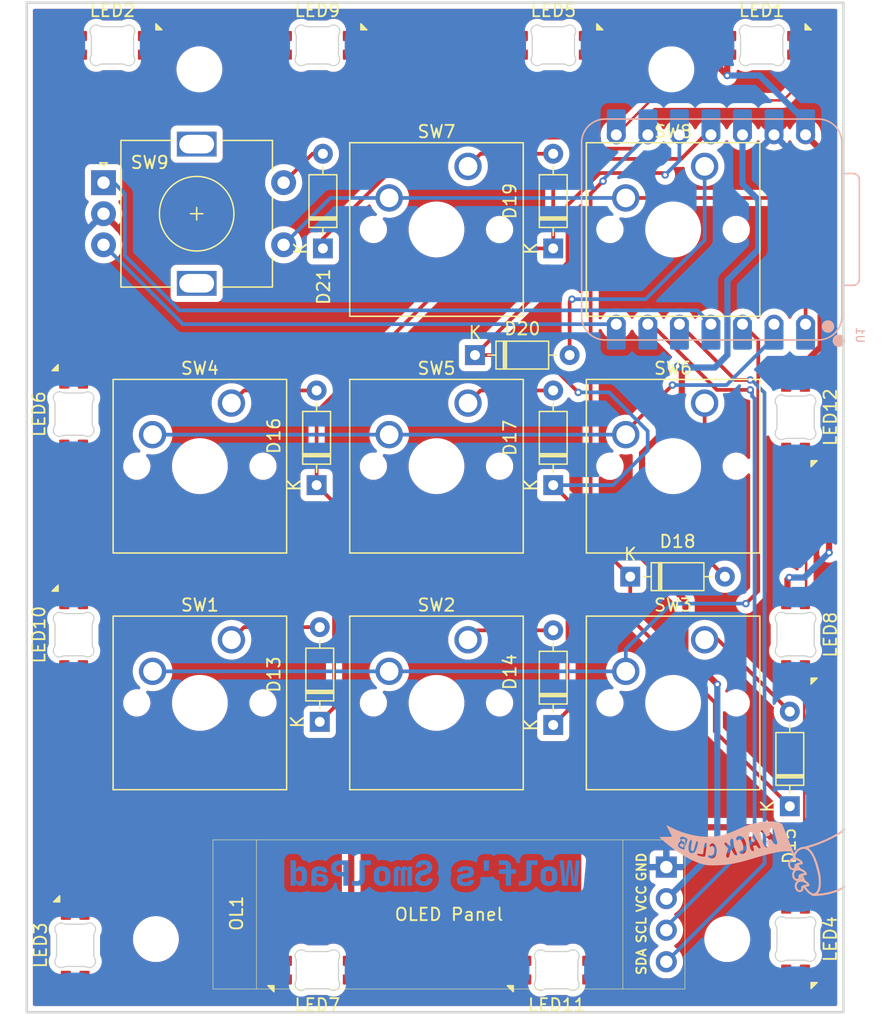
<source format=kicad_pcb>
(kicad_pcb (version 20241229) (generator "pcbnew") (generator_version "9.0")
  (layers (0 "F.Cu" signal) (2 "B.Cu" signal) (13 "F.Paste" user) (15 "B.Paste" user) (5 "F.SilkS" user "F.Silkscreen") (7 "B.SilkS" user "B.Silkscreen") (1 "F.Mask" user) (3 "B.Mask" user) (25 "Edge.Cuts" user))
  (net 0 "")
  (net 1 "GND")
  (net 2 "LED_DATA")
  (net 3 "+5V")
  (net 4 "KB_ROW1")
  (net 5 "KB_ROW2")
  (net 6 "KB_ROW3")
  (net 7 "ROTATE_SW_B")
  (net 8 "LED_DATA_COL1")
  (net 9 "OLED_SDA")
  (net 10 "+3V3")
  (net 11 "OLED_SCL")
  (net 12 "ROTATE_A")
  (net 13 "ROTATE_B")
  (net 14 "KB_COL1")
  (net 15 "KB_COL3")
  (net 16 "KB_COL2")
  (net 17 "Net-(D13-A)")
  (net 18 "Net-(D14-A)")
  (net 19 "LED_DATA_COL2")
  (net 20 "Net-(D15-A)")
  (net 21 "LED_DATA_COL3")
  (net 22 "Net-(D16-A)")
  (net 23 "Net-(D17-A)")
  (net 24 "Net-(D18-A)")
  (net 25 "Net-(D19-A)")
  (net 26 "Net-(D20-A)")
  (net 27 "Net-(LED1-DOUT)")
  (net 28 "Net-(LED2-DOUT)")
  (net 29 "Net-(LED3-DOUT)")
  (net 30 "Net-(LED5-DOUT)")
  (net 31 "Net-(LED10-DIN)")
  (net 32 "Net-(LED11-DIN)")
  (net 33 "Net-(LED4-DOUT)")
  (net 34 "Net-(LED12-DIN)")
  (footprint "Button_Switch_Keyboard:SW_Cherry_MX_1.00u_PCB_1" (layer "F.Cu") (at 170.18 121.412)
    (property "Reference" "SW3")
    (property "Value" "SW_Push")
  )
  (footprint "Button_Switch_Keyboard:SW_Cherry_MX_1.00u_PCB_1" (layer "F.Cu") (at 132.08 102.362)
    (property "Reference" "SW4")
    (property "Value" "SW_Push")
  )
  (footprint "PCM_marbastlib-various:LED_6028R" (layer "F.Cu") (at 174.775 73.57 180)
    (property "Reference" "LED1")
    (property "Value" "SK6812MINI-E")
    (fp_line (start 1.699999 0.702841) (end 1.699999 -0.702843) (stroke (width 0.1)) (layer "Edge.Cuts"))
    (fp_line (start 0.794452 -1.5) (end -0.794453 -1.5) (stroke (width 0.1)) (layer "Edge.Cuts"))
    (fp_line (start -0.794452 1.499999) (end 0.794452 1.499999) (stroke (width 0.1)) (layer "Edge.Cuts"))
    (fp_line (start -1.699999 -0.702843) (end -1.699999 0.702841) (stroke (width 0.1)) (layer "Edge.Cuts"))
    (fp_arc (start 1.749484 0.919719) (mid 1.712527 0.814067) (end 1.699999 0.702842) (stroke (width 0.1)) (layer "Edge.Cuts"))
    (fp_arc (start 1.749484 0.919719) (mid 1.63807 1.504033) (end 1.046711 1.568296) (stroke (width 0.1)) (layer "Edge.Cuts"))
    (fp_arc (start 1.699999 -0.702843) (mid 1.712527 -0.814069) (end 1.749484 -0.919721) (stroke (width 0.1)) (layer "Edge.Cuts"))
    (fp_arc (start 1.046711 -1.5683) (mid 1.638071 -1.504036) (end 1.749484 -0.919721) (stroke (width 0.1)) (layer "Edge.Cuts"))
    (fp_arc (start 1.046711 -1.5683) (mid 0.925123 -1.517378) (end 0.794453 -1.500001) (stroke (width 0.1)) (layer "Edge.Cuts"))
    (fp_arc (start 0.794452 1.499999) (mid 0.925122 1.517376) (end 1.04671 1.568298) (stroke (width 0.1)) (layer "Edge.Cuts"))
    (fp_arc (start -0.794453 -1.5) (mid -0.925123 -1.517377) (end -1.046711 -1.568299) (stroke (width 0.1)) (layer "Edge.Cuts"))
    (fp_arc (start -1.046711 1.568298) (mid -0.925123 1.517376) (end -0.794452 1.499999) (stroke (width 0.1)) (layer "Edge.Cuts"))
    (fp_arc (start -1.046711 1.568298) (mid -1.638072 1.504034) (end -1.749484 0.919718) (stroke (width 0.1)) (layer "Edge.Cuts"))
    (fp_arc (start -1.699999 0.702841) (mid -1.712527 0.814067) (end -1.749484 0.919719) (stroke (width 0.1)) (layer "Edge.Cuts"))
    (fp_arc (start -1.749484 -0.919721) (mid -1.638071 -1.504036) (end -1.046711 -1.568299) (stroke (width 0.1)) (layer "Edge.Cuts"))
    (fp_arc (start -1.749484 -0.919721) (mid -1.712527 -0.814069) (end -1.699999 -0.702844) (stroke (width 0.1)) (layer "Edge.Cuts"))
  )
  (footprint "Button_Switch_Keyboard:SW_Cherry_MX_1.00u_PCB_1" (layer "F.Cu") (at 151.13 121.412)
    (property "Reference" "SW2")
    (property "Value" "SW_Push")
  )
  (footprint "Rotary_Encoder:RotaryEncoder_Alps_EC11E-Switch_Vertical_H20mm" (layer "F.Cu") (at 121.782 84.622)
    (property "Reference" "SW9")
    (property "Value" "RotaryEncoder_Switch")
  )
  (footprint "Diode_THT:D_DO-35_SOD27_P7.62mm_Horizontal" (layer "F.Cu") (at 139.446 89.916 90)
    (property "Reference" "D21")
    (property "Value" "1N4148")
  )
  (footprint "OLED:SSD1306-0.91-OLED-4pin-128x32" (layer "F.Cu") (at 130.594 137.515)
    (property "Reference" "OL1")
    (property "Value" "OLED")
  )
  (footprint "PCM_marbastlib-various:LED_6028R" (layer "F.Cu") (at 177.5 145.5 90)
    (property "Reference" "LED4")
    (property "Value" "SK6812MINI-E")
    (fp_line (start 0.794452 -1.5) (end -0.794453 -1.5) (stroke (width 0.1)) (layer "Edge.Cuts"))
    (fp_line (start -1.699999 -0.702843) (end -1.699999 0.702841) (stroke (width 0.1)) (layer "Edge.Cuts"))
    (fp_line (start 1.699999 0.702841) (end 1.699999 -0.702843) (stroke (width 0.1)) (layer "Edge.Cuts"))
    (fp_line (start -0.794452 1.499999) (end 0.794452 1.499999) (stroke (width 0.1)) (layer "Edge.Cuts"))
    (fp_arc (start 1.046711 -1.5683) (mid 0.925123 -1.517378) (end 0.794453 -1.500001) (stroke (width 0.1)) (layer "Edge.Cuts"))
    (fp_arc (start 1.046711 -1.5683) (mid 1.638072 -1.504036) (end 1.749484 -0.919721) (stroke (width 0.1)) (layer "Edge.Cuts"))
    (fp_arc (start -0.794453 -1.5) (mid -0.925123 -1.517377) (end -1.046711 -1.568299) (stroke (width 0.1)) (layer "Edge.Cuts"))
    (fp_arc (start -1.749484 -0.919721) (mid -1.638071 -1.504035) (end -1.046711 -1.568299) (stroke (width 0.1)) (layer "Edge.Cuts"))
    (fp_arc (start -1.749484 -0.919721) (mid -1.712527 -0.814069) (end -1.699999 -0.702844) (stroke (width 0.1)) (layer "Edge.Cuts"))
    (fp_arc (start 1.699999 -0.702843) (mid 1.712528 -0.814069) (end 1.749484 -0.919721) (stroke (width 0.1)) (layer "Edge.Cuts"))
    (fp_arc (start -1.699999 0.702841) (mid -1.712527 0.814067) (end -1.749484 0.919719) (stroke (width 0.1)) (layer "Edge.Cuts"))
    (fp_arc (start 1.749484 0.919719) (mid 1.712519 0.814068) (end 1.699999 0.702842) (stroke (width 0.1)) (layer "Edge.Cuts"))
    (fp_arc (start 1.749484 0.919719) (mid 1.63807 1.504033) (end 1.046711 1.568296) (stroke (width 0.1)) (layer "Edge.Cuts"))
    (fp_arc (start 0.794452 1.499999) (mid 0.925122 1.517376) (end 1.04671 1.568298) (stroke (width 0.1)) (layer "Edge.Cuts"))
    (fp_arc (start -1.046711 1.568298) (mid -1.638072 1.504034) (end -1.749484 0.919718) (stroke (width 0.1)) (layer "Edge.Cuts"))
    (fp_arc (start -1.046711 1.568298) (mid -0.925123 1.517376) (end -0.794452 1.499999) (stroke (width 0.1)) (layer "Edge.Cuts"))
  )
  (footprint "PCM_marbastlib-various:LED_6028R" (layer "F.Cu") (at 119.375 121 -90)
    (property "Reference" "LED10")
    (property "Value" "SK6812MINI-E")
    (fp_line (start -0.794452 1.499999) (end 0.794452 1.499999) (stroke (width 0.1)) (layer "Edge.Cuts"))
    (fp_line (start 1.699999 0.702841) (end 1.699999 -0.702843) (stroke (width 0.1)) (layer "Edge.Cuts"))
    (fp_line (start -1.699999 -0.702843) (end -1.699999 0.702841) (stroke (width 0.1)) (layer "Edge.Cuts"))
    (fp_line (start 0.794452 -1.5) (end -0.794453 -1.5) (stroke (width 0.1)) (layer "Edge.Cuts"))
    (fp_arc (start -1.046711 1.568298) (mid -0.925123 1.517376) (end -0.794452 1.499999) (stroke (width 0.1)) (layer "Edge.Cuts"))
    (fp_arc (start -1.046711 1.568298) (mid -1.638072 1.504034) (end -1.749484 0.919718) (stroke (width 0.1)) (layer "Edge.Cuts"))
    (fp_arc (start 0.794452 1.499999) (mid 0.925122 1.517376) (end 1.04671 1.568298) (stroke (width 0.1)) (layer "Edge.Cuts"))
    (fp_arc (start 1.749484 0.919719) (mid 1.63807 1.504033) (end 1.046711 1.568296) (stroke (width 0.1)) (layer "Edge.Cuts"))
    (fp_arc (start 1.749484 0.919719) (mid 1.712519 0.814068) (end 1.699999 0.702842) (stroke (width 0.1)) (layer "Edge.Cuts"))
    (fp_arc (start -1.699999 0.702841) (mid -1.712527 0.814067) (end -1.749484 0.919719) (stroke (width 0.1)) (layer "Edge.Cuts"))
    (fp_arc (start 1.699999 -0.702843) (mid 1.712528 -0.814069) (end 1.749484 -0.919721) (stroke (width 0.1)) (layer "Edge.Cuts"))
    (fp_arc (start -1.749484 -0.919721) (mid -1.712527 -0.814069) (end -1.699999 -0.702844) (stroke (width 0.1)) (layer "Edge.Cuts"))
    (fp_arc (start -1.749484 -0.919721) (mid -1.638071 -1.504035) (end -1.046711 -1.568299) (stroke (width 0.1)) (layer "Edge.Cuts"))
    (fp_arc (start -0.794453 -1.5) (mid -0.925123 -1.517377) (end -1.046711 -1.568299) (stroke (width 0.1)) (layer "Edge.Cuts"))
    (fp_arc (start 1.046711 -1.5683) (mid 1.638072 -1.504036) (end 1.749484 -0.919721) (stroke (width 0.1)) (layer "Edge.Cuts"))
    (fp_arc (start 1.046711 -1.5683) (mid 0.925123 -1.517378) (end 0.794453 -1.500001) (stroke (width 0.1)) (layer "Edge.Cuts"))
  )
  (footprint "PCM_marbastlib-various:LED_6028R" (layer "F.Cu") (at 177.5 103.5 90)
    (property "Reference" "LED12")
    (property "Value" "SK6812MINI-E")
    (fp_line (start 0.794452 -1.5) (end -0.794453 -1.5) (stroke (width 0.1)) (layer "Edge.Cuts"))
    (fp_line (start -1.699999 -0.702843) (end -1.699999 0.702841) (stroke (width 0.1)) (layer "Edge.Cuts"))
    (fp_line (start 1.699999 0.702841) (end 1.699999 -0.702843) (stroke (width 0.1)) (layer "Edge.Cuts"))
    (fp_line (start -0.794452 1.499999) (end 0.794452 1.499999) (stroke (width 0.1)) (layer "Edge.Cuts"))
    (fp_arc (start 1.046711 -1.5683) (mid 0.925123 -1.517378) (end 0.794453 -1.500001) (stroke (width 0.1)) (layer "Edge.Cuts"))
    (fp_arc (start 1.046711 -1.5683) (mid 1.638071 -1.504036) (end 1.749484 -0.919721) (stroke (width 0.1)) (layer "Edge.Cuts"))
    (fp_arc (start -0.794453 -1.5) (mid -0.925123 -1.517377) (end -1.046711 -1.568299) (stroke (width 0.1)) (layer "Edge.Cuts"))
    (fp_arc (start -1.749484 -0.919721) (mid -1.638071 -1.504036) (end -1.046711 -1.568299) (stroke (width 0.1)) (layer "Edge.Cuts"))
    (fp_arc (start -1.749484 -0.919721) (mid -1.712527 -0.814069) (end -1.699999 -0.702844) (stroke (width 0.1)) (layer "Edge.Cuts"))
    (fp_arc (start 1.699999 -0.702843) (mid 1.712527 -0.814069) (end 1.749484 -0.919721) (stroke (width 0.1)) (layer "Edge.Cuts"))
    (fp_arc (start -1.699999 0.702841) (mid -1.712527 0.814067) (end -1.749484 0.919719) (stroke (width 0.1)) (layer "Edge.Cuts"))
    (fp_arc (start 1.749484 0.919719) (mid 1.712527 0.814067) (end 1.699999 0.702842) (stroke (width 0.1)) (layer "Edge.Cuts"))
    (fp_arc (start 1.749484 0.919719) (mid 1.63807 1.504033) (end 1.046711 1.568296) (stroke (width 0.1)) (layer "Edge.Cuts"))
    (fp_arc (start 0.794452 1.499999) (mid 0.925122 1.517376) (end 1.04671 1.568298) (stroke (width 0.1)) (layer "Edge.Cuts"))
    (fp_arc (start -1.046711 1.568298) (mid -1.638072 1.504034) (end -1.749484 0.919718) (stroke (width 0.1)) (layer "Edge.Cuts"))
    (fp_arc (start -1.046711 1.568298) (mid -0.925123 1.517376) (end -0.794452 1.499999) (stroke (width 0.1)) (layer "Edge.Cuts"))
  )
  (footprint "Diode_THT:D_DO-35_SOD27_P7.62mm_Horizontal" (layer "F.Cu") (at 157.988 89.916 90)
    (property "Reference" "D19")
    (property "Value" "1N4148")
  )
  (footprint "MountingHole:MountingHole_3.2mm_M3_DIN965" (layer "F.Cu") (at 126 145.5)
    (property "Reference" "REF**" (hide yes))
    (property "Value" "MountingHole_3.2mm_M3_DIN965")
  )
  (footprint "PCM_marbastlib-various:LED_6028R" (layer "F.Cu") (at 119.5 146 -90)
    (property "Reference" "LED3")
    (property "Value" "SK6812MINI-E")
    (fp_line (start -0.794452 1.499999) (end 0.794452 1.499999) (stroke (width 0.1)) (layer "Edge.Cuts"))
    (fp_line (start 1.699999 0.702841) (end 1.699999 -0.702843) (stroke (width 0.1)) (layer "Edge.Cuts"))
    (fp_line (start -1.699999 -0.702843) (end -1.699999 0.702841) (stroke (width 0.1)) (layer "Edge.Cuts"))
    (fp_line (start 0.794452 -1.5) (end -0.794453 -1.5) (stroke (width 0.1)) (layer "Edge.Cuts"))
    (fp_arc (start -1.046711 1.568298) (mid -0.925123 1.517376) (end -0.794452 1.499999) (stroke (width 0.1)) (layer "Edge.Cuts"))
    (fp_arc (start -1.046711 1.568298) (mid -1.638072 1.504034) (end -1.749484 0.919718) (stroke (width 0.1)) (layer "Edge.Cuts"))
    (fp_arc (start 0.794452 1.499999) (mid 0.925122 1.517376) (end 1.04671 1.568298) (stroke (width 0.1)) (layer "Edge.Cuts"))
    (fp_arc (start 1.749484 0.919719) (mid 1.63807 1.504033) (end 1.046711 1.568296) (stroke (width 0.1)) (layer "Edge.Cuts"))
    (fp_arc (start 1.749484 0.919719) (mid 1.712519 0.814068) (end 1.699999 0.702842) (stroke (width 0.1)) (layer "Edge.Cuts"))
    (fp_arc (start -1.699999 0.702841) (mid -1.712527 0.814067) (end -1.749484 0.919719) (stroke (width 0.1)) (layer "Edge.Cuts"))
    (fp_arc (start 1.699999 -0.702843) (mid 1.712528 -0.814069) (end 1.749484 -0.919721) (stroke (width 0.1)) (layer "Edge.Cuts"))
    (fp_arc (start -1.749484 -0.919721) (mid -1.712527 -0.814069) (end -1.699999 -0.702844) (stroke (width 0.1)) (layer "Edge.Cuts"))
    (fp_arc (start -1.749484 -0.919721) (mid -1.638071 -1.504035) (end -1.046711 -1.568299) (stroke (width 0.1)) (layer "Edge.Cuts"))
    (fp_arc (start -0.794453 -1.5) (mid -0.925123 -1.517377) (end -1.046711 -1.568299) (stroke (width 0.1)) (layer "Edge.Cuts"))
    (fp_arc (start 1.046711 -1.5683) (mid 1.638072 -1.504036) (end 1.749484 -0.919721) (stroke (width 0.1)) (layer "Edge.Cuts"))
    (fp_arc (start 1.046711 -1.5683) (mid 0.925123 -1.517378) (end 0.794453 -1.500001) (stroke (width 0.1)) (layer "Edge.Cuts"))
  )
  (footprint "Diode_THT:D_DO-35_SOD27_P7.62mm_Horizontal" (layer "F.Cu") (at 157.988 108.966 90)
    (property "Reference" "D17")
    (property "Value" "1N4148")
  )
  (footprint "PCM_marbastlib-various:LED_6028R" (layer "F.Cu") (at 139 148)
    (property "Reference" "LED7")
    (property "Value" "SK6812MINI-E")
    (fp_line (start -1.699999 -0.702843) (end -1.699999 0.702841) (stroke (width 0.1)) (layer "Edge.Cuts"))
    (fp_line (start -0.794452 1.499999) (end 0.794452 1.499999) (stroke (width 0.1)) (layer "Edge.Cuts"))
    (fp_line (start 0.794452 -1.5) (end -0.794453 -1.5) (stroke (width 0.1)) (layer "Edge.Cuts"))
    (fp_line (start 1.699999 0.702841) (end 1.699999 -0.702843) (stroke (width 0.1)) (layer "Edge.Cuts"))
    (fp_arc (start -1.749484 -0.919721) (mid -1.712527 -0.814069) (end -1.699999 -0.702844) (stroke (width 0.1)) (layer "Edge.Cuts"))
    (fp_arc (start -1.749484 -0.919721) (mid -1.638071 -1.504036) (end -1.046711 -1.568299) (stroke (width 0.1)) (layer "Edge.Cuts"))
    (fp_arc (start -1.699999 0.702841) (mid -1.712527 0.814067) (end -1.749484 0.919719) (stroke (width 0.1)) (layer "Edge.Cuts"))
    (fp_arc (start -1.046711 1.568298) (mid -1.638072 1.504034) (end -1.749484 0.919718) (stroke (width 0.1)) (layer "Edge.Cuts"))
    (fp_arc (start -1.046711 1.568298) (mid -0.925123 1.517376) (end -0.794452 1.499999) (stroke (width 0.1)) (layer "Edge.Cuts"))
    (fp_arc (start -0.794453 -1.5) (mid -0.925123 -1.517377) (end -1.046711 -1.568299) (stroke (width 0.1)) (layer "Edge.Cuts"))
    (fp_arc (start 0.794452 1.499999) (mid 0.925122 1.517376) (end 1.04671 1.568298) (stroke (width 0.1)) (layer "Edge.Cuts"))
    (fp_arc (start 1.046711 -1.5683) (mid 0.925123 -1.517378) (end 0.794453 -1.500001) (stroke (width 0.1)) (layer "Edge.Cuts"))
    (fp_arc (start 1.046711 -1.5683) (mid 1.638071 -1.504036) (end 1.749484 -0.919721) (stroke (width 0.1)) (layer "Edge.Cuts"))
    (fp_arc (start 1.699999 -0.702843) (mid 1.712527 -0.814069) (end 1.749484 -0.919721) (stroke (width 0.1)) (layer "Edge.Cuts"))
    (fp_arc (start 1.749484 0.919719) (mid 1.63807 1.504033) (end 1.046711 1.568296) (stroke (width 0.1)) (layer "Edge.Cuts"))
    (fp_arc (start 1.749484 0.919719) (mid 1.712527 0.814067) (end 1.699999 0.702842) (stroke (width 0.1)) (layer "Edge.Cuts"))
  )
  (footprint "PCM_marbastlib-various:LED_6028R" (layer "F.Cu") (at 119.375 103.25 -90)
    (property "Reference" "LED6")
    (property "Value" "SK6812MINI-E")
    (fp_line (start -0.794452 1.499999) (end 0.794452 1.499999) (stroke (width 0.1)) (layer "Edge.Cuts"))
    (fp_line (start 1.699999 0.702841) (end 1.699999 -0.702843) (stroke (width 0.1)) (layer "Edge.Cuts"))
    (fp_line (start -1.699999 -0.702843) (end -1.699999 0.702841) (stroke (width 0.1)) (layer "Edge.Cuts"))
    (fp_line (start 0.794452 -1.5) (end -0.794453 -1.5) (stroke (width 0.1)) (layer "Edge.Cuts"))
    (fp_arc (start -1.046711 1.568298) (mid -0.925123 1.517376) (end -0.794452 1.499999) (stroke (width 0.1)) (layer "Edge.Cuts"))
    (fp_arc (start -1.046711 1.568298) (mid -1.638072 1.504034) (end -1.749484 0.919718) (stroke (width 0.1)) (layer "Edge.Cuts"))
    (fp_arc (start 0.794452 1.499999) (mid 0.925122 1.517376) (end 1.04671 1.568298) (stroke (width 0.1)) (layer "Edge.Cuts"))
    (fp_arc (start 1.749484 0.919719) (mid 1.63807 1.504033) (end 1.046711 1.568296) (stroke (width 0.1)) (layer "Edge.Cuts"))
    (fp_arc (start 1.749484 0.919719) (mid 1.712519 0.814068) (end 1.699999 0.702842) (stroke (width 0.1)) (layer "Edge.Cuts"))
    (fp_arc (start -1.699999 0.702841) (mid -1.712527 0.814067) (end -1.749484 0.919719) (stroke (width 0.1)) (layer "Edge.Cuts"))
    (fp_arc (start 1.699999 -0.702843) (mid 1.712528 -0.814069) (end 1.749484 -0.919721) (stroke (width 0.1)) (layer "Edge.Cuts"))
    (fp_arc (start -1.749484 -0.919721) (mid -1.712527 -0.814069) (end -1.699999 -0.702844) (stroke (width 0.1)) (layer "Edge.Cuts"))
    (fp_arc (start -1.749484 -0.919721) (mid -1.638071 -1.504035) (end -1.046711 -1.568299) (stroke (width 0.1)) (layer "Edge.Cuts"))
    (fp_arc (start -0.794453 -1.5) (mid -0.925123 -1.517377) (end -1.046711 -1.568299) (stroke (width 0.1)) (layer "Edge.Cuts"))
    (fp_arc (start 1.046711 -1.5683) (mid 1.638072 -1.504036) (end 1.749484 -0.919721) (stroke (width 0.1)) (layer "Edge.Cuts"))
    (fp_arc (start 1.046711 -1.5683) (mid 0.925123 -1.517378) (end 0.794453 -1.500001) (stroke (width 0.1)) (layer "Edge.Cuts"))
  )
  (footprint "PCM_marbastlib-various:LED_6028R" (layer "F.Cu") (at 158.275 148)
    (property "Reference" "LED11")
    (property "Value" "SK6812MINI-E")
    (fp_line (start -1.699999 -0.702843) (end -1.699999 0.702841) (stroke (width 0.1)) (layer "Edge.Cuts"))
    (fp_line (start -0.794452 1.499999) (end 0.794452 1.499999) (stroke (width 0.1)) (layer "Edge.Cuts"))
    (fp_line (start 0.794452 -1.5) (end -0.794453 -1.5) (stroke (width 0.1)) (layer "Edge.Cuts"))
    (fp_line (start 1.699999 0.702841) (end 1.699999 -0.702843) (stroke (width 0.1)) (layer "Edge.Cuts"))
    (fp_arc (start -1.749484 -0.919721) (mid -1.712527 -0.814069) (end -1.699999 -0.702844) (stroke (width 0.1)) (layer "Edge.Cuts"))
    (fp_arc (start -1.749484 -0.919721) (mid -1.638071 -1.504036) (end -1.046711 -1.568299) (stroke (width 0.1)) (layer "Edge.Cuts"))
    (fp_arc (start -1.699999 0.702841) (mid -1.712527 0.814067) (end -1.749484 0.919719) (stroke (width 0.1)) (layer "Edge.Cuts"))
    (fp_arc (start -1.046711 1.568298) (mid -1.638072 1.504034) (end -1.749484 0.919718) (stroke (width 0.1)) (layer "Edge.Cuts"))
    (fp_arc (start -1.046711 1.568298) (mid -0.925123 1.517376) (end -0.794452 1.499999) (stroke (width 0.1)) (layer "Edge.Cuts"))
    (fp_arc (start -0.794453 -1.5) (mid -0.925123 -1.517377) (end -1.046711 -1.568299) (stroke (width 0.1)) (layer "Edge.Cuts"))
    (fp_arc (start 0.794452 1.499999) (mid 0.925122 1.517376) (end 1.04671 1.568298) (stroke (width 0.1)) (layer "Edge.Cuts"))
    (fp_arc (start 1.046711 -1.5683) (mid 0.925123 -1.517378) (end 0.794453 -1.500001) (stroke (width 0.1)) (layer "Edge.Cuts"))
    (fp_arc (start 1.046711 -1.5683) (mid 1.638071 -1.504036) (end 1.749484 -0.919721) (stroke (width 0.1)) (layer "Edge.Cuts"))
    (fp_arc (start 1.699999 -0.702843) (mid 1.712527 -0.814069) (end 1.749484 -0.919721) (stroke (width 0.1)) (layer "Edge.Cuts"))
    (fp_arc (start 1.749484 0.919719) (mid 1.63807 1.504033) (end 1.046711 1.568296) (stroke (width 0.1)) (layer "Edge.Cuts"))
    (fp_arc (start 1.749484 0.919719) (mid 1.712527 0.814067) (end 1.699999 0.702842) (stroke (width 0.1)) (layer "Edge.Cuts"))
  )
  (footprint "Diode_THT:D_DO-35_SOD27_P7.62mm_Horizontal" (layer "F.Cu") (at 138.938 108.966 90)
    (property "Reference" "D16")
    (property "Value" "1N4148")
  )
  (footprint "PCM_marbastlib-various:LED_6028R" (layer "F.Cu") (at 158 73.57 180)
    (property "Reference" "LED5")
    (property "Value" "SK6812MINI-E")
    (fp_line (start 1.699999 0.702841) (end 1.699999 -0.702843) (stroke (width 0.1)) (layer "Edge.Cuts"))
    (fp_line (start 0.794452 -1.5) (end -0.794453 -1.5) (stroke (width 0.1)) (layer "Edge.Cuts"))
    (fp_line (start -0.794452 1.499999) (end 0.794452 1.499999) (stroke (width 0.1)) (layer "Edge.Cuts"))
    (fp_line (start -1.699999 -0.702843) (end -1.699999 0.702841) (stroke (width 0.1)) (layer "Edge.Cuts"))
    (fp_arc (start 1.749484 0.919719) (mid 1.712527 0.814067) (end 1.699999 0.702842) (stroke (width 0.1)) (layer "Edge.Cuts"))
    (fp_arc (start 1.749484 0.919719) (mid 1.63807 1.504033) (end 1.046711 1.568296) (stroke (width 0.1)) (layer "Edge.Cuts"))
    (fp_arc (start 1.699999 -0.702843) (mid 1.712527 -0.814069) (end 1.749484 -0.919721) (stroke (width 0.1)) (layer "Edge.Cuts"))
    (fp_arc (start 1.046711 -1.5683) (mid 1.638071 -1.504036) (end 1.749484 -0.919721) (stroke (width 0.1)) (layer "Edge.Cuts"))
    (fp_arc (start 1.046711 -1.5683) (mid 0.925123 -1.517378) (end 0.794453 -1.500001) (stroke (width 0.1)) (layer "Edge.Cuts"))
    (fp_arc (start 0.794452 1.499999) (mid 0.925122 1.517376) (end 1.04671 1.568298) (stroke (width 0.1)) (layer "Edge.Cuts"))
    (fp_arc (start -0.794453 -1.5) (mid -0.925123 -1.517377) (end -1.046711 -1.568299) (stroke (width 0.1)) (layer "Edge.Cuts"))
    (fp_arc (start -1.046711 1.568298) (mid -0.925123 1.517376) (end -0.794452 1.499999) (stroke (width 0.1)) (layer "Edge.Cuts"))
    (fp_arc (start -1.046711 1.568298) (mid -1.638072 1.504034) (end -1.749484 0.919718) (stroke (width 0.1)) (layer "Edge.Cuts"))
    (fp_arc (start -1.699999 0.702841) (mid -1.712527 0.814067) (end -1.749484 0.919719) (stroke (width 0.1)) (layer "Edge.Cuts"))
    (fp_arc (start -1.749484 -0.919721) (mid -1.638071 -1.504036) (end -1.046711 -1.568299) (stroke (width 0.1)) (layer "Edge.Cuts"))
    (fp_arc (start -1.749484 -0.919721) (mid -1.712527 -0.814069) (end -1.699999 -0.702844) (stroke (width 0.1)) (layer "Edge.Cuts"))
  )
  (footprint "MountingHole:MountingHole_3.2mm_M3_DIN965" (layer "F.Cu") (at 129.5 75.5)
    (property "Reference" "REF**" (hide yes))
    (property "Value" "MountingHole_3.2mm_M3_DIN965")
  )
  (footprint "Button_Switch_Keyboard:SW_Cherry_MX_1.00u_PCB_1" (layer "F.Cu") (at 132.08 121.412)
    (property "Reference" "SW1")
    (property "Value" "SW_Push")
  )
  (footprint "Button_Switch_Keyboard:SW_Cherry_MX_1.00u_PCB_1" (layer "F.Cu") (at 151.13 102.362)
    (property "Reference" "SW5")
    (property "Value" "SW_Push")
  )
  (footprint "Button_Switch_Keyboard:SW_Cherry_MX_1.00u_PCB_1" (layer "F.Cu") (at 151.13 83.312)
    (property "Reference" "SW7")
    (property "Value" "SW_Push")
  )
  (footprint "PCM_marbastlib-various:LED_6028R" (layer "F.Cu") (at 139 73.57 180)
    (property "Reference" "LED9")
    (property "Value" "SK6812MINI-E")
    (fp_line (start 1.699999 0.702841) (end 1.699999 -0.702843) (stroke (width 0.1)) (layer "Edge.Cuts"))
    (fp_line (start 0.794452 -1.5) (end -0.794453 -1.5) (stroke (width 0.1)) (layer "Edge.Cuts"))
    (fp_line (start -0.794452 1.499999) (end 0.794452 1.499999) (stroke (width 0.1)) (layer "Edge.Cuts"))
    (fp_line (start -1.699999 -0.702843) (end -1.699999 0.702841) (stroke (width 0.1)) (layer "Edge.Cuts"))
    (fp_arc (start 1.749484 0.919719) (mid 1.712527 0.814067) (end 1.699999 0.702842) (stroke (width 0.1)) (layer "Edge.Cuts"))
    (fp_arc (start 1.749484 0.919719) (mid 1.63807 1.504033) (end 1.046711 1.568296) (stroke (width 0.1)) (layer "Edge.Cuts"))
    (fp_arc (start 1.699999 -0.702843) (mid 1.712527 -0.814069) (end 1.749484 -0.919721) (stroke (width 0.1)) (layer "Edge.Cuts"))
    (fp_arc (start 1.046711 -1.5683) (mid 1.638071 -1.504036) (end 1.749484 -0.919721) (stroke (width 0.1)) (layer "Edge.Cuts"))
    (fp_arc (start 1.046711 -1.5683) (mid 0.925123 -1.517378) (end 0.794453 -1.500001) (stroke (width 0.1)) (layer "Edge.Cuts"))
    (fp_arc (start 0.794452 1.499999) (mid 0.925122 1.517376) (end 1.04671 1.568298) (stroke (width 0.1)) (layer "Edge.Cuts"))
    (fp_arc (start -0.794453 -1.5) (mid -0.925123 -1.517377) (end -1.046711 -1.568299) (stroke (width 0.1)) (layer "Edge.Cuts"))
    (fp_arc (start -1.046711 1.568298) (mid -0.925123 1.517376) (end -0.794452 1.499999) (stroke (width 0.1)) (layer "Edge.Cuts"))
    (fp_arc (start -1.046711 1.568298) (mid -1.638072 1.504034) (end -1.749484 0.919718) (stroke (width 0.1)) (layer "Edge.Cuts"))
    (fp_arc (start -1.699999 0.702841) (mid -1.712527 0.814067) (end -1.749484 0.919719) (stroke (width 0.1)) (layer "Edge.Cuts"))
    (fp_arc (start -1.749484 -0.919721) (mid -1.638071 -1.504036) (end -1.046711 -1.568299) (stroke (width 0.1)) (layer "Edge.Cuts"))
    (fp_arc (start -1.749484 -0.919721) (mid -1.712527 -0.814069) (end -1.699999 -0.702844) (stroke (width 0.1)) (layer "Edge.Cuts"))
  )
  (footprint "Diode_THT:D_DO-35_SOD27_P7.62mm_Horizontal" (layer "F.Cu") (at 164.19 116.332)
    (property "Reference" "D18")
    (property "Value" "1N4148")
  )
  (footprint "Diode_THT:D_DO-35_SOD27_P7.62mm_Horizontal" (layer "F.Cu") (at 177.038 134.81 90)
    (property "Reference" "D15")
    (property "Value" "1N4148")
  )
  (footprint "Diode_THT:D_DO-35_SOD27_P7.62mm_Horizontal" (layer "F.Cu") (at 139.192 128.016 90)
    (property "Reference" "D13")
    (property "Value" "1N4148")
  )
  (footprint "Diode_THT:D_DO-35_SOD27_P7.62mm_Horizontal" (layer "F.Cu") (at 157.988 128.27 90)
    (property "Reference" "D14")
    (property "Value" "1N4148")
  )
  (footprint "Diode_THT:D_DO-35_SOD27_P7.62mm_Horizontal" (layer "F.Cu") (at 151.69 98.5)
    (property "Reference" "D20")
    (property "Value" "1N4148")
  )
  (footprint "MountingHole:MountingHole_3.2mm_M3_DIN965" (layer "F.Cu") (at 167.5 75.5)
    (property "Reference" "REF**" (hide yes))
    (property "Value" "MountingHole_3.2mm_M3_DIN965")
  )
  (footprint "PCM_marbastlib-various:LED_6028R" (layer "F.Cu") (at 177.5 121 90)
    (property "Reference" "LED8")
    (property "Value" "SK6812MINI-E")
    (fp_line (start 0.794452 -1.5) (end -0.794453 -1.5) (stroke (width 0.1)) (layer "Edge.Cuts"))
    (fp_line (start -1.699999 -0.702843) (end -1.699999 0.702841) (stroke (width 0.1)) (layer "Edge.Cuts"))
    (fp_line (start 1.699999 0.702841) (end 1.699999 -0.702843) (stroke (width 0.1)) (layer "Edge.Cuts"))
    (fp_line (start -0.794452 1.499999) (end 0.794452 1.499999) (stroke (width 0.1)) (layer "Edge.Cuts"))
    (fp_arc (start 1.046711 -1.5683) (mid 0.925123 -1.517378) (end 0.794453 -1.500001) (stroke (width 0.1)) (layer "Edge.Cuts"))
    (fp_arc (start 1.046711 -1.5683) (mid 1.638071 -1.504036) (end 1.749484 -0.919721) (stroke (width 0.1)) (layer "Edge.Cuts"))
    (fp_arc (start -0.794453 -1.5) (mid -0.925123 -1.517377) (end -1.046711 -1.568299) (stroke (width 0.1)) (layer "Edge.Cuts"))
    (fp_arc (start -1.749484 -0.919721) (mid -1.638071 -1.504036) (end -1.046711 -1.568299) (stroke (width 0.1)) (layer "Edge.Cuts"))
    (fp_arc (start -1.749484 -0.919721) (mid -1.712527 -0.814069) (end -1.699999 -0.702844) (stroke (width 0.1)) (layer "Edge.Cuts"))
    (fp_arc (start 1.699999 -0.702843) (mid 1.712527 -0.814069) (end 1.749484 -0.919721) (stroke (width 0.1)) (layer "Edge.Cuts"))
    (fp_arc (start -1.699999 0.702841) (mid -1.712527 0.814067) (end -1.749484 0.919719) (stroke (width 0.1)) (layer "Edge.Cuts"))
    (fp_arc (start 1.749484 0.919719) (mid 1.712527 0.814067) (end 1.699999 0.702842) (stroke (width 0.1)) (layer "Edge.Cuts"))
    (fp_arc (start 1.749484 0.919719) (mid 1.63807 1.504033) (end 1.046711 1.568296) (stroke (width 0.1)) (layer "Edge.Cuts"))
    (fp_arc (start 0.794452 1.499999) (mid 0.925122 1.517376) (end 1.04671 1.568298) (stroke (width 0.1)) (layer "Edge.Cuts"))
    (fp_arc (start -1.046711 1.568298) (mid -1.638072 1.504034) (end -1.749484 0.919718) (stroke (width 0.1)) (layer "Edge.Cuts"))
    (fp_arc (start -1.046711 1.568298) (mid -0.925123 1.517376) (end -0.794452 1.499999) (stroke (width 0.1)) (layer "Edge.Cuts"))
  )
  (footprint "MountingHole:MountingHole_3.2mm_M3_DIN965" (layer "F.Cu") (at 172 145.5)
    (property "Reference" "REF**" (hide yes))
    (property "Value" "MountingHole_3.2mm_M3_DIN965")
  )
  (footprint "Button_Switch_Keyboard:SW_Cherry_MX_1.00u_PCB_1" (layer "F.Cu") (at 170.18 102.362)
    (property "Reference" "SW6")
    (property "Value" "SW_Push")
  )
  (footprint "Button_Switch_Keyboard:SW_Cherry_MX_1.00u_PCB_1" (layer "F.Cu") (at 170.18 83.312)
    (property "Reference" "SW8")
    (property "Value" "SW_Push")
  )
  (footprint "PCM_marbastlib-various:LED_6028R" (layer "F.Cu") (at 122.5 73.57 180)
    (property "Reference" "LED2")
    (property "Value" "SK6812MINI-E")
    (fp_line (start 1.699999 0.702841) (end 1.699999 -0.702843) (stroke (width 0.1)) (layer "Edge.Cuts"))
    (fp_line (start 0.794452 -1.5) (end -0.794453 -1.5) (stroke (width 0.1)) (layer "Edge.Cuts"))
    (fp_line (start -0.794452 1.499999) (end 0.794452 1.499999) (stroke (width 0.1)) (layer "Edge.Cuts"))
    (fp_line (start -1.699999 -0.702843) (end -1.699999 0.702841) (stroke (width 0.1)) (layer "Edge.Cuts"))
    (fp_arc (start 1.749484 0.919719) (mid 1.712527 0.814067) (end 1.699999 0.702842) (stroke (width 0.1)) (layer "Edge.Cuts"))
    (fp_arc (start 1.749484 0.919719) (mid 1.63807 1.504033) (end 1.046711 1.568296) (stroke (width 0.1)) (layer "Edge.Cuts"))
    (fp_arc (start 1.699999 -0.702843) (mid 1.712527 -0.814069) (end 1.749484 -0.919721) (stroke (width 0.1)) (layer "Edge.Cuts"))
    (fp_arc (start 1.046711 -1.5683) (mid 1.638071 -1.504036) (end 1.749484 -0.919721) (stroke (width 0.1)) (layer "Edge.Cuts"))
    (fp_arc (start 1.046711 -1.5683) (mid 0.925123 -1.517378) (end 0.794453 -1.500001) (stroke (width 0.1)) (layer "Edge.Cuts"))
    (fp_arc (start 0.794452 1.499999) (mid 0.925122 1.517376) (end 1.04671 1.568298) (stroke (width 0.1)) (layer "Edge.Cuts"))
    (fp_arc (start -0.794453 -1.5) (mid -0.925123 -1.517377) (end -1.046711 -1.568299) (stroke (width 0.1)) (layer "Edge.Cuts"))
    (fp_arc (start -1.046711 1.568298) (mid -0.925123 1.517376) (end -0.794452 1.499999) (stroke (width 0.1)) (layer "Edge.Cuts"))
    (fp_arc (start -1.046711 1.568298) (mid -1.638072 1.504034) (end -1.749484 0.919718) (stroke (width 0.1)) (layer "Edge.Cuts"))
    (fp_arc (start -1.699999 0.702841) (mid -1.712527 0.814067) (end -1.749484 0.919719) (stroke (width 0.1)) (layer "Edge.Cuts"))
    (fp_arc (start -1.749484 -0.919721) (mid -1.638071 -1.504036) (end -1.046711 -1.568299) (stroke (width 0.1)) (layer "Edge.Cuts"))
    (fp_arc (start -1.749484 -0.919721) (mid -1.712527 -0.814069) (end -1.699999 -0.702844) (stroke (width 0.1)) (layer "Edge.Cuts"))
  )
  (footprint "Xiao OPL:XIAO-RP2040-DIP" (layer "B.Cu") (at 170.688 88.392 90)
    (property "Reference" "U1")
    (property "Value" "XIAO-RP2040-DIP")
  )
  (footprint "LOGO" (layer "B.Cu") (at 174 139 180)
    (property "Reference" "G***" (hide yes))
    (property "Value" "LOGO" (hide yes))
  )
  (gr_poly (pts (xy 127.035186 139.921007) (xy 127.128621 139.941629) (xy 127.211104 139.974707) (xy 127.286299 140.021252) (xy 127.348084 140.077694) (xy 127.397859 140.1447) (xy 127.433983 140.219944) (xy 127.456249 140.304611) (xy 127.463987 140.400697) (xy 127.456188 140.495325) (xy 127.433619 140.579708) (xy 127.39676 140.655687) (xy 127.346379 140.723427) (xy 127.284548 140.780182) (xy 127.210005 140.826687) (xy 127.128233 140.85968) (xy 127.035189 140.880288) (xy 126.928821 140.887504) (xy 126.721092 140.887504) (xy 126.721092 141.445752) (xy 126.406294 141.445752) (xy 126.406294 140.614746) (xy 126.721092 140.614746) (xy 126.928821 140.614746) (xy 126.993451 140.607511) (xy 127.046075 140.587095) (xy 127.08938 140.553929) (xy 127.122399 140.510205) (xy 127.142288 140.459795) (xy 127.149189 140.400697) (xy 127.142286 140.341603) (xy 127.122396 140.291225) (xy 127.08938 140.247557) (xy 127.046068 140.214338) (xy 126.993444 140.193893) (xy 126.928821 140.186649) (xy 126.721092 140.186649) (xy 126.721092 140.614746) (xy 126.406294 140.614746) (xy 126.406294 139.913799) (xy 126.928821 139.913799)) (fill yes) (layers "F.Cu" "F.Mask"))
  (gr_poly (pts (xy 123.223109 137.75744) (xy 123.311575 137.777035) (xy 123.38846 137.808249) (xy 123.458343 137.85234) (xy 123.515973 137.905992) (xy 123.562574 137.969907) (xy 123.596422 138.041469) (xy 123.617259 138.121648) (xy 123.62449 138.212257) (xy 123.62449 138.485015) (xy 123.617257 138.575685) (xy 123.596419 138.655894) (xy 123.562574 138.727457) (xy 123.515979 138.791314) (xy 123.458349 138.844938) (xy 123.38846 138.889023) (xy 123.311575 138.920237) (xy 123.223109 138.939832) (xy 123.120922 138.946726) (xy 123.020101 138.93988) (xy 122.931906 138.920328) (xy 122.854392 138.889023) (xy 122.783855 138.844882) (xy 122.725879 138.791251) (xy 122.679178 138.727457) (xy 122.645334 138.655894) (xy 122.624495 138.575685) (xy 122.617263 138.485015) (xy 122.617263 138.212257) (xy 122.932061 138.212257) (xy 122.932061 138.485015) (xy 122.938108 138.543262) (xy 122.954827 138.588868) (xy 122.981337 138.624692) (xy 123.017106 138.651198) (xy 123.062678 138.667919) (xy 123.120922 138.673968) (xy 123.180519 138.667849) (xy 123.226318 138.651071) (xy 123.261514 138.624692) (xy 123.287441 138.588947) (xy 123.303842 138.543343) (xy 123.309783 138.485015) (xy 123.309783 138.212257) (xy 123.30377 138.152575) (xy 123.287312 138.10678) (xy 123.261514 138.071665) (xy 123.226399 138.045868) (xy 123.180604 138.029409) (xy 123.120922 138.023396) (xy 123.062596 138.02934) (xy 123.017026 138.045742) (xy 122.981337 138.071665) (xy 122.954958 138.106861) (xy 122.93818 138.15266) (xy 122.932061 138.212257) (xy 122.617263 138.212257) (xy 122.624494 138.121648) (xy 122.645331 138.041469) (xy 122.679178 137.969907) (xy 122.725885 137.906056) (xy 122.783861 137.852396) (xy 122.854392 137.808249) (xy 122.931906 137.776945) (xy 123.020101 137.757392) (xy 123.120922 137.750547)) (fill yes) (layers "F.Cu" "F.Mask"))
  (gr_poly (pts (xy 123.492105 140.279616) (xy 123.549061 140.306374) (xy 123.600401 140.352429) (xy 123.638619 140.410549) (xy 123.662341 140.480184) (xy 123.670743 140.564371) (xy 123.670743 141.445752) (xy 123.4 141.445752) (xy 123.4 140.6) (xy 123.393956 140.552213) (xy 123.378507 140.522624) (xy 123.354838 140.505512) (xy 123.320224 140.499341) (xy 123.287809 140.505351) (xy 123.265369 140.522196) (xy 123.25052 140.55175) (xy 123.244662 140.6) (xy 123.244662 141.445752) (xy 122.997091 141.445752) (xy 122.997091 140.6) (xy 122.991233 140.55175) (xy 122.976383 140.522196) (xy 122.953944 140.505351) (xy 122.921528 140.499341) (xy 122.886915 140.505512) (xy 122.863246 140.522624) (xy 122.847797 140.552213) (xy 122.841753 140.6) (xy 122.841753 141.445752) (xy 122.571101 141.445752) (xy 122.571101 140.291521) (xy 122.829205 140.291521) (xy 122.829205 140.46994) (xy 122.833418 140.46994) (xy 122.84313 140.413329) (xy 122.862778 140.366022) (xy 122.892128 140.326234) (xy 122.930155 140.295432) (xy 122.97431 140.276958) (xy 123.026492 140.270547) (xy 123.074669 140.276519) (xy 123.117898 140.294138) (xy 123.157559 140.324127) (xy 123.189853 140.362641) (xy 123.214017 140.408665) (xy 123.230007 140.46362) (xy 123.240049 140.407241) (xy 123.260398 140.361056) (xy 123.290824 140.323028) (xy 123.329913 140.294057) (xy 123.374826 140.2766) (xy 123.427294 140.270547)) (fill yes) (layers "F.Cu" "F.Mask"))
  (gr_poly (pts (xy 121.968898 139.901083) (xy 122.066663 139.924386) (xy 122.149878 139.96129) (xy 122.220857 140.011435) (xy 122.280071 140.075214) (xy 122.322229 140.14842) (xy 122.348228 140.232925) (xy 122.357327 140.331455) (xy 122.050955 140.331455) (xy 122.044745 140.280677) (xy 122.02721 140.23984) (xy 121.998474 140.206616) (xy 121.961023 140.182443) (xy 121.913659 140.167043) (xy 121.853668 140.161462) (xy 121.79505 140.166929) (xy 121.749106 140.18197) (xy 121.713076 140.205517) (xy 121.6853 140.237817) (xy 121.668559 140.276346) (xy 121.662701 140.323028) (xy 121.671453 140.376644) (xy 121.696564 140.418607) (xy 121.739887 140.451849) (xy 121.807506 140.47626) (xy 122.00058 140.520315) (xy 122.087977 140.546795) (xy 122.163881 140.584413) (xy 122.22986 140.633083) (xy 122.286985 140.693422) (xy 122.332932 140.762632) (xy 122.36584 140.838189) (xy 122.386005 140.921288) (xy 122.392956 141.013442) (xy 122.385519 141.102514) (xy 122.364022 141.181659) (xy 122.328934 141.252678) (xy 122.280784 141.315417) (xy 122.220463 141.368051) (xy 122.146393 141.41113) (xy 122.065566 141.441177) (xy 121.972858 141.460078) (xy 121.866216 141.466726) (xy 121.759694 141.460001) (xy 121.666235 141.440799) (xy 121.583932 141.410123) (xy 121.508478 141.36631) (xy 121.446746 141.312965) (xy 121.397178 141.249563) (xy 121.361061 141.177724) (xy 121.338854 141.096872) (xy 121.331141 141.005015) (xy 121.637513 141.005015) (xy 121.644657 141.059509) (xy 121.665154 141.104609) (xy 121.699429 141.142585) (xy 121.743399 141.170183) (xy 121.798053 141.18767) (xy 121.866216 141.193968) (xy 121.933125 141.187844) (xy 121.985605 141.171004) (xy 122.026775 141.144692) (xy 122.058675 141.108413) (xy 122.077805 141.065372) (xy 122.084478 141.013442) (xy 122.074976 140.951685) (xy 122.046651 140.897029) (xy 122.018305 140.867193) (xy 121.981845 140.84445) (xy 121.935551 140.828794) (xy 121.748705 140.784739) (xy 121.63383 140.746717) (xy 121.53944 140.692466) (xy 121.462299 140.622073) (xy 121.415953 140.558832) (xy 121.383123 140.490452) (xy 121.363173 140.415842) (xy 121.356329 140.333561) (xy 121.365339 140.232542) (xy 121.39094 140.146795) (xy 121.432151 140.073408) (xy 121.489594 140.010336) (xy 121.559 139.960802) (xy 121.641083 139.924235) (xy 121.738281 139.901063) (xy 121.853668 139.892825)) (fill yes) (layers "F.Cu" "F.Mask"))
  (gr_poly (pts (xy 128.27773 140.278068) (xy 128.373543 140.299054) (xy 128.45315 140.331788) (xy 128.519208 140.37551) (xy 128.574576 140.432349) (xy 128.614109 140.498833) (xy 128.63862 140.576881) (xy 128.647252 140.669334) (xy 128.647252 141.445752) (xy 128.342987 141.445752) (xy 128.342987 141.246358) (xy 128.321343 141.310195) (xy 128.285083 141.363489) (xy 128.232803 141.408016) (xy 128.170765 141.439622) (xy 128.096488 141.459604) (xy 128.007214 141.466726) (xy 127.92198 141.459894) (xy 127.849513 141.440537) (xy 127.787543 141.409622) (xy 127.734364 141.367075) (xy 127.690912 141.31423) (xy 127.659734 141.254094) (xy 127.640448 141.185252) (xy 127.633706 141.105765) (xy 127.637559 141.065923) (xy 127.937971 141.065923) (xy 127.943335 141.107168) (xy 127.9589 141.142356) (xy 127.985141 141.172993) (xy 128.019016 141.195382) (xy 128.062529 141.209718) (xy 128.118406 141.214942) (xy 128.182443 141.208905) (xy 128.233653 141.192146) (xy 128.274752 141.165666) (xy 128.306768 141.129438) (xy 128.325841 141.087052) (xy 128.332454 141.036523) (xy 128.332454 140.919011) (xy 128.112086 140.919011) (xy 128.05759 140.924132) (xy 128.015498 140.938138) (xy 127.983034 140.959952) (xy 127.958097 140.989763) (xy 127.943159 141.024566) (xy 127.937971 141.065923) (xy 127.637559 141.065923) (xy 127.641906 141.020983) (xy 127.665358 140.94841) (xy 127.703522 140.885589) (xy 127.757445 140.830901) (xy 127.821286 140.789072) (xy 127.898733 140.757638) (xy 127.992494 140.737417) (xy 128.105858 140.73015) (xy 128.332454 140.73015) (xy 128.332454 140.656694) (xy 128.327162 140.615489) (xy 128.312144 140.582198) (xy 128.287299 140.554937) (xy 128.255229 140.535518) (xy 128.213183 140.522869) (xy 128.158339 140.518209) (xy 128.083901 140.526797) (xy 128.031302 140.549716) (xy 128.004743 140.573794) (xy 127.987764 140.603994) (xy 127.97992 140.64204) (xy 127.681883 140.64204) (xy 127.693023 140.559812) (xy 127.718996 140.488583) (xy 127.759615 140.426201) (xy 127.816155 140.371297) (xy 127.882111 140.329099) (xy 127.960219 140.297681) (xy 128.052748 140.277673) (xy 128.162461 140.270547)) (fill yes) (layers "F.Cu" "F.Mask"))
  (gr_poly (pts (xy 127.044226 138.023396) (xy 126.7526 138.023396) (xy 126.73364 137.393799) (xy 127.061078 137.393799)) (fill yes) (layers "F.Cu" "F.Mask"))
  (gr_poly (pts (xy 124.484622 137.393799) (xy 124.484622 138.506081) (xy 124.493662 138.562233) (xy 124.519243 138.604725) (xy 124.558778 138.632774) (xy 124.610559 138.64246) (xy 124.935799 138.64246) (xy 124.935799 138.925752) (xy 124.579052 138.925752) (xy 124.49924 138.919743) (xy 124.428384 138.90243) (xy 124.365004 138.874369) (xy 124.307848 138.835394) (xy 124.260181 138.787727) (xy 124.221206 138.730571) (xy 124.193144 138.667191) (xy 124.175832 138.596334) (xy 124.169823 138.516523) (xy 124.169823 137.67709) (xy 123.802634 137.67709) (xy 123.802634 137.393799)) (fill yes) (layers "F.Cu" "F.Mask"))
  (gr_poly (pts (xy 121.580818 138.417879) (xy 121.586039 138.500861) (xy 121.592359 138.612052) (xy 121.595564 138.715916) (xy 121.604998 138.612052) (xy 121.61544 138.500861) (xy 121.622859 138.417879) (xy 121.744583 137.393799) (xy 121.983727 137.393799) (xy 122.10133 138.417879) (xy 122.110673 138.500861) (xy 122.122213 138.612052) (xy 122.132746 138.715916) (xy 122.136959 138.612052) (xy 122.14218 138.500861) (xy 122.147492 138.417879) (xy 122.218842 137.393799) (xy 122.470626 137.393799) (xy 122.317485 138.925752) (xy 121.990047 138.925752) (xy 121.887282 137.907992) (xy 121.879863 137.814569) (xy 121.870429 137.693943) (xy 121.862094 137.58266) (xy 121.855775 137.693943) (xy 121.847348 137.814569) (xy 121.839014 137.907992) (xy 121.725624 138.925752) (xy 121.396171 138.925752) (xy 121.253472 137.393799) (xy 121.503241 137.393799)) (fill yes) (layers "F.Cu" "F.Mask"))
  (gr_poly (pts (xy 125.722475 138.925752) (xy 125.407676 138.925752) (xy 125.407676 138.212257) (xy 125.101304 138.212257) (xy 125.101304 137.928966) (xy 125.407676 137.928966) (xy 125.407676 137.750547) (xy 125.414976 137.671616) (xy 125.4359 137.603403) (xy 125.469938 137.543821) (xy 125.51786 137.491435) (xy 125.575401 137.449772) (xy 125.641538 137.419433) (xy 125.717873 137.400467) (xy 125.806464 137.393799) (xy 126.144252 137.393799) (xy 126.144252 137.666649) (xy 125.816905 137.666649) (xy 125.778339 137.673428) (xy 125.74867 137.692936) (xy 125.729236 137.722522) (xy 125.722475 137.761079) (xy 125.722475 137.928966) (xy 126.144252 137.928966) (xy 126.144252 138.212257) (xy 125.722475 138.212257)) (fill yes) (layers "F.Cu" "F.Mask"))
  (gr_poly (pts (xy 128.300786 137.757105) (xy 128.391057 137.775514) (xy 128.467359 137.804366) (xy 128.531848 137.842962) (xy 128.587666 137.893883) (xy 128.62635 137.951113) (xy 128.649709 138.015937) (xy 128.657785 138.090533) (xy 128.349307 138.090533) (xy 128.339006 138.045804) (xy 128.308365 138.012863) (xy 128.262284 137.99313) (xy 128.193968 137.985569) (xy 128.095325 137.985569) (xy 128.027462 137.993238) (xy 127.984041 138.012863) (xy 127.95583 138.04522) (xy 127.946306 138.088426) (xy 127.955956 138.129655) (xy 127.983034 138.153547) (xy 128.023873 138.167335) (xy 128.08699 138.178643) (xy 128.338774 138.21015) (xy 128.423036 138.226739) (xy 128.49223 138.252662) (xy 128.548844 138.287039) (xy 128.594771 138.329768) (xy 128.641398 138.40004) (xy 128.670501 138.485433) (xy 128.680866 138.589979) (xy 128.672737 138.672728) (xy 128.649599 138.742622) (xy 128.612086 138.80228) (xy 128.559142 138.853395) (xy 128.496956 138.891432) (xy 128.418811 138.920626) (xy 128.321278 138.939755) (xy 128.200288 138.946726) (xy 128.107964 138.946726) (xy 128.013639 138.94135) (xy 127.930911 138.926029) (xy 127.858195 138.901663) (xy 127.790413 138.866659) (xy 127.73537 138.825067) (xy 127.691408 138.776824) (xy 127.658397 138.721089) (xy 127.638455 138.659352) (xy 127.631599 138.589979) (xy 127.940078 138.589979) (xy 127.945252 138.626828) (xy 127.959844 138.655561) (xy 127.984133 138.678181) (xy 128.0338 138.69935) (xy 128.107964 138.70749) (xy 128.200288 138.70749) (xy 128.280396 138.699292) (xy 128.333461 138.678181) (xy 128.36 138.655442) (xy 128.375403 138.627984) (xy 128.380722 138.594192) (xy 128.370856 138.547991) (xy 128.342895 138.517622) (xy 128.299402 138.498605) (xy 128.227582 138.485015) (xy 127.963159 138.4536) (xy 127.865453 138.431302) (xy 127.788445 138.392999) (xy 127.728044 138.339294) (xy 127.683218 138.271611) (xy 127.655823 138.193165) (xy 127.646254 138.101066) (xy 127.655564 138.00739) (xy 127.681521 137.932135) (xy 127.722876 137.871298) (xy 127.780747 137.822394) (xy 127.858456 137.784796) (xy 127.961138 137.759817) (xy 128.095325 137.750547) (xy 128.193968 137.750547)) (fill yes) (layers "F.Cu" "F.Mask"))
  (gr_poly (pts (xy 124.481937 140.27744) (xy 124.570403 140.297035) (xy 124.647287 140.328249) (xy 124.717171 140.37234) (xy 124.7748 140.425992) (xy 124.821402 140.489907) (xy 124.85525 140.561469) (xy 124.876087 140.641648) (xy 124.883317 140.732257) (xy 124.883317 141.005015) (xy 124.876085 141.095685) (xy 124.855246 141.175894) (xy 124.821402 141.247457) (xy 124.774806 141.311314) (xy 124.717177 141.364938) (xy 124.647287 141.409023) (xy 124.570403 141.440237) (xy 124.481937 141.459832) (xy 124.37975 141.466726) (xy 124.278929 141.45988) (xy 124.190734 141.440328) (xy 124.11322 141.409023) (xy 124.042682 141.364882) (xy 123.984707 141.311251) (xy 123.938006 141.247457) (xy 123.904161 141.175894) (xy 123.883323 141.095685) (xy 123.87609 141.005015) (xy 123.87609 140.732257) (xy 124.190889 140.732257) (xy 124.190889 141.005015) (xy 124.196936 141.063262) (xy 124.213655 141.108868) (xy 124.240165 141.144692) (xy 124.275933 141.171198) (xy 124.321505 141.187919) (xy 124.37975 141.193968) (xy 124.439347 141.187849) (xy 124.485146 141.171071) (xy 124.520342 141.144692) (xy 124.546269 141.108947) (xy 124.562669 141.063343) (xy 124.568611 141.005015) (xy 124.568611 140.732257) (xy 124.562598 140.672575) (xy 124.546139 140.62678) (xy 124.520342 140.591665) (xy 124.485227 140.565868) (xy 124.439432 140.549409) (xy 124.37975 140.543396) (xy 124.321423 140.54934) (xy 124.275854 140.565742) (xy 124.240165 140.591665) (xy 124.213785 140.626861) (xy 124.197008 140.67266) (xy 124.190889 140.732257) (xy 123.87609 140.732257) (xy 123.883321 140.641648) (xy 123.904158 140.561469) (xy 123.938006 140.489907) (xy 123.984713 140.426056) (xy 124.042689 140.372396) (xy 124.11322 140.328249) (xy 124.190734 140.296945) (xy 124.278929 140.277392) (xy 124.37975 140.270547)) (fill yes) (layers "F.Cu" "F.Mask"))
  (gr_poly (pts (xy 129.90608 141.445752) (xy 129.601814 141.445752) (xy 129.601814 141.238023) (xy 129.570819 141.30682) (xy 129.530975 141.362499) (xy 129.482105 141.406917) (xy 129.424968 141.439659) (xy 129.359883 141.459737) (xy 129.284909 141.466726) (xy 129.204541 141.458777) (xy 129.134066 141.435796) (xy 129.071425 141.397965) (xy 129.015265 141.343994) (xy 128.971372 141.280231) (xy 128.939043 141.205666) (xy 128.91863 141.118279) (xy 128.911401 141.015548) (xy 128.911401 140.732257) (xy 129.2262 140.732257) (xy 129.2262 141.005015) (xy 129.232025 141.063432) (xy 129.248077 141.109034) (xy 129.273369 141.144692) (xy 129.30782 141.171315) (xy 129.351349 141.187972) (xy 129.406634 141.193968) (xy 129.464599 141.187653) (xy 129.509366 141.170242) (xy 129.544021 141.142585) (xy 129.56919 141.105514) (xy 129.585362 141.057262) (xy 129.591282 140.994574) (xy 129.591282 140.742698) (xy 129.585361 140.680074) (xy 129.56919 140.631884) (xy 129.544021 140.59487) (xy 129.509359 140.56716) (xy 129.464591 140.549721) (xy 129.406634 140.543396) (xy 129.351268 140.549288) (xy 129.307741 140.565629) (xy 129.273369 140.591665) (xy 129.248205 140.626691) (xy 129.232095 140.672482) (xy 129.2262 140.732257) (xy 128.911401 140.732257) (xy 128.911401 140.721724) (xy 128.918631 140.618991) (xy 128.939046 140.531621) (xy 128.971375 140.457088) (xy 129.015265 140.39337) (xy 129.071431 140.339355) (xy 129.134074 140.301496) (xy 129.204546 140.2785) (xy 129.284909 140.270547) (xy 129.359996 140.277334) (xy 129.424731 140.296753) (xy 129.481097 140.328249) (xy 129.529333 140.371262) (xy 129.568811 140.425561) (xy 129.599708 140.493021) (xy 129.591282 140.228598) (xy 129.591282 139.913799) (xy 129.90608 139.913799)) (fill yes) (layers "F.Cu" "F.Mask"))
  (gr_poly (pts (xy 125.743449 139.913799) (xy 125.743449 141.026081) (xy 125.75249 141.082233) (xy 125.778071 141.124725) (xy 125.817605 141.152774) (xy 125.869387 141.16246) (xy 126.194627 141.16246) (xy 126.194627 141.445752) (xy 125.83788 141.445752) (xy 125.758068 141.439743) (xy 125.687212 141.42243) (xy 125.623831 141.394369) (xy 125.566676 141.355394) (xy 125.519008 141.307727) (xy 125.480033 141.250571) (xy 125.451972 141.187191) (xy 125.434659 141.116334) (xy 125.428651 141.036523) (xy 125.428651 140.19709) (xy 125.061462 140.19709) (xy 125.061462 139.913799)) (fill yes) (layers "F.Cu" "F.Mask"))
  (gr_poly (pts (xy 151.185753 139.650366) (xy 151.322662 139.683671) (xy 151.426275 139.733802) (xy 151.503436 139.799007) (xy 151.558575 139.880123) (xy 151.593184 139.980463) (xy 151.605599 140.105364) (xy 151.59284 140.228163) (xy 151.556312 140.332758) (xy 151.496544 140.423002) (xy 151.416011 140.494609) (xy 151.313333 140.545679) (xy 151.183059 140.57541) (xy 150.830494 140.617297) (xy 150.734735 140.635417) (xy 150.676743 140.660772) (xy 150.639463 140.701265) (xy 150.626307 140.762866) (xy 150.633399 140.807922) (xy 150.653937 140.844532) (xy 150.689322 140.874851) (xy 150.760076 140.903) (xy 150.866886 140.91393) (xy 150.989985 140.91393) (xy 151.08887 140.903077) (xy 151.155093 140.874851) (xy 151.187479 140.844691) (xy 151.206935 140.80638) (xy 151.213833 140.757248) (xy 151.625138 140.757248) (xy 151.615997 140.849746) (xy 151.589407 140.932063) (xy 151.545393 141.006376) (xy 151.486777 141.070699) (xy 151.413387 141.126156) (xy 151.32301 141.172828) (xy 151.226055 141.205315) (xy 151.115752 141.225743) (xy 150.989985 141.232911) (xy 150.866886 141.232911) (xy 150.705567 141.223617) (xy 150.575522 141.198112) (xy 150.471329 141.159186) (xy 150.388414 141.10847) (xy 150.317823 141.040316) (xy 150.267804 140.960773) (xy 150.236955 140.867581) (xy 150.226115 140.757248) (xy 150.239936 140.617854) (xy 150.27874 140.503997) (xy 150.340909 140.410301) (xy 150.402145 140.353328) (xy 150.47763 140.307493) (xy 150.569889 140.272929) (xy 150.682239 140.250811) (xy 151.01795 140.208801) (xy 151.102106 140.193724) (xy 151.156558 140.17534) (xy 151.192662 140.143484) (xy 151.205529 140.088511) (xy 151.19283 140.030904) (xy 151.155215 139.987761) (xy 151.097321 139.961594) (xy 151.006837 139.951369) (xy 150.875313 139.951369) (xy 150.784225 139.96145) (xy 150.722783 139.987761) (xy 150.681929 140.031683) (xy 150.668195 140.09132) (xy 150.25689 140.09132) (xy 150.267659 139.99186) (xy 150.298804 139.905427) (xy 150.350383 139.829121) (xy 150.424807 139.761226) (xy 150.510791 139.709764) (xy 150.612527 139.671296) (xy 150.732889 139.64675) (xy 150.875313 139.638006) (xy 151.006837 139.638006)) (fill yes) (layers "B.Cu" "B.Mask"))
  (gr_poly (pts (xy 144.346307 139.647133) (xy 144.4639 139.673203) (xy 144.567253 139.714942) (xy 144.661294 139.773805) (xy 144.738596 139.845352) (xy 144.800871 139.930486) (xy 144.846001 140.025902) (xy 144.873784 140.132808) (xy 144.883425 140.25362) (xy 144.883425 140.617297) (xy 144.873782 140.738191) (xy 144.845997 140.845136) (xy 144.800871 140.940553) (xy 144.738603 141.025611) (xy 144.661303 141.097119) (xy 144.567253 141.155975) (xy 144.4639 141.197714) (xy 144.346307 141.223784) (xy 144.211879 141.232911) (xy 144.07563 141.22372) (xy 143.957676 141.197593) (xy 143.855163 141.155975) (xy 143.761976 141.097194) (xy 143.685137 141.025696) (xy 143.62301 140.940553) (xy 143.577884 140.845136) (xy 143.550099 140.738191) (xy 143.540456 140.617297) (xy 143.540456 140.25362) (xy 143.960065 140.25362) (xy 143.960065 140.617297) (xy 143.967986 140.695068) (xy 143.989854 140.755873) (xy 144.024423 140.803532) (xy 144.071351 140.838705) (xy 144.132417 140.861075) (xy 144.211879 140.869234) (xy 144.289539 140.861169) (xy 144.350301 140.838875) (xy 144.397992 140.803532) (xy 144.433339 140.755767) (xy 144.455631 140.694959) (xy 144.463694 140.617297) (xy 144.463694 140.25362) (xy 144.455535 140.174157) (xy 144.433165 140.113092) (xy 144.397992 140.066163) (xy 144.350407 140.031599) (xy 144.289648 140.00973) (xy 144.211879 140.001805) (xy 144.132303 140.009822) (xy 144.071243 140.031767) (xy 144.024423 140.066163) (xy 143.990027 140.112983) (xy 143.968082 140.174044) (xy 143.960065 140.25362) (xy 143.540456 140.25362) (xy 143.550097 140.132808) (xy 143.577879 140.025902) (xy 143.62301 139.930486) (xy 143.685145 139.845267) (xy 143.761985 139.77373) (xy 143.855163 139.714942) (xy 143.957676 139.673324) (xy 144.07563 139.647197) (xy 144.211879 139.638006)) (fill yes) (layers "B.Cu" "B.Mask"))
  (gr_poly (pts (xy 137.26317 139.582074) (xy 137.251935 139.934638) (xy 137.293131 139.844692) (xy 137.345768 139.772292) (xy 137.410082 139.714942) (xy 137.485237 139.672947) (xy 137.571551 139.647055) (xy 137.671666 139.638006) (xy 137.778817 139.64861) (xy 137.87278 139.679272) (xy 137.956305 139.72975) (xy 138.031192 139.80177) (xy 138.089712 139.886728) (xy 138.132818 139.986105) (xy 138.160037 140.102598) (xy 138.169678 140.239576) (xy 138.169678 140.631341) (xy 138.160039 140.768316) (xy 138.132822 140.884831) (xy 138.089716 140.984252) (xy 138.031192 141.069269) (xy 137.956312 141.14123) (xy 137.87279 141.191671) (xy 137.778824 141.222313) (xy 137.671666 141.232911) (xy 137.571702 141.223592) (xy 137.484922 141.196822) (xy 137.408739 141.153166) (xy 137.343579 141.093943) (xy 137.290454 141.019703) (xy 137.249126 140.927974) (xy 137.249126 141.204946) (xy 136.843439 141.204946) (xy 136.843439 140.267541) (xy 137.26317 140.267541) (xy 137.26317 140.603375) (xy 137.271063 140.68696) (xy 137.292626 140.751295) (xy 137.326185 140.800724) (xy 137.372391 140.837599) (xy 137.43208 140.860814) (xy 137.509367 140.869234) (xy 137.583081 140.86124) (xy 137.641119 140.83903) (xy 137.687054 140.803532) (xy 137.720776 140.755988) (xy 137.742179 140.695187) (xy 137.749946 140.617297) (xy 137.749946 140.25362) (xy 137.742085 140.17392) (xy 137.720605 140.112865) (xy 137.687054 140.066163) (xy 137.641224 140.031449) (xy 137.583189 140.009661) (xy 137.509367 140.001805) (xy 137.432091 140.010238) (xy 137.372401 140.033491) (xy 137.326185 140.070437) (xy 137.292626 140.119789) (xy 137.271064 140.184042) (xy 137.26317 140.267541) (xy 136.843439 140.267541) (xy 136.843439 139.162343) (xy 137.26317 139.162343)) (fill yes) (layers "B.Cu" "B.Mask"))
  (gr_poly (pts (xy 156.730424 139.540064) (xy 156.240839 139.540064) (xy 156.240839 140.659307) (xy 156.232828 140.765723) (xy 156.209744 140.860198) (xy 156.172329 140.944705) (xy 156.120362 141.020912) (xy 156.056806 141.084468) (xy 155.980599 141.136435) (xy 155.896092 141.17385) (xy 155.801617 141.196934) (xy 155.695201 141.204946) (xy 155.219538 141.204946) (xy 155.219538 140.827224) (xy 155.653191 140.827224) (xy 155.722233 140.814309) (xy 155.774946 140.77691) (xy 155.809054 140.720254) (xy 155.821108 140.645385) (xy 155.821108 139.162343) (xy 156.730424 139.162343)) (fill yes) (layers "B.Cu" "B.Mask"))
  (gr_poly (pts (xy 139.314548 139.647507) (xy 139.43792 139.674185) (xy 139.542064 139.716076) (xy 139.630006 139.772339) (xy 139.705393 139.845545) (xy 139.759551 139.928721) (xy 139.794182 140.023693) (xy 139.809036 140.13333) (xy 139.411652 140.13333) (xy 139.401193 140.082603) (xy 139.378555 140.042336) (xy 139.343142 140.010232) (xy 139.273011 139.979673) (xy 139.17376 139.968222) (xy 139.100635 139.974436) (xy 139.044574 139.991301) (xy 139.001813 140.017193) (xy 138.968687 140.053541) (xy 138.948662 140.097928) (xy 138.941607 140.152869) (xy 138.941607 140.250811) (xy 139.243735 140.250811) (xy 139.394887 140.2605) (xy 139.519901 140.287461) (xy 139.623165 140.329373) (xy 139.708285 140.385144) (xy 139.780184 140.458062) (xy 139.831068 140.541823) (xy 139.862338 140.638588) (xy 139.873271 140.751631) (xy 139.864282 140.857613) (xy 139.838567 140.949403) (xy 139.796997 141.029583) (xy 139.73906 141.100043) (xy 139.668155 141.156772) (xy 139.585528 141.197993) (xy 139.488905 141.223802) (xy 139.37526 141.232911) (xy 139.256228 141.223416) (xy 139.157193 141.196773) (xy 139.074475 141.154631) (xy 139.004768 141.095262) (xy 138.956422 141.024203) (xy 138.927563 140.939087) (xy 138.927563 141.204946) (xy 138.521876 141.204946) (xy 138.521876 140.659307) (xy 138.941607 140.659307) (xy 138.950425 140.72668) (xy 138.975855 140.783194) (xy 139.018544 140.831498) (xy 139.073342 140.866805) (xy 139.141622 140.889151) (xy 139.227005 140.8972) (xy 139.301507 140.890234) (xy 139.359524 140.87112) (xy 139.404692 140.841268) (xy 139.439679 140.800419) (xy 139.460432 140.753501) (xy 139.467584 140.698508) (xy 139.460666 140.643365) (xy 139.440749 140.596961) (xy 139.4075 140.557213) (xy 139.364215 140.528127) (xy 139.308093 140.509453) (xy 139.235431 140.502625) (xy 138.941607 140.502625) (xy 138.941607 140.659307) (xy 138.521876 140.659307) (xy 138.521876 140.169722) (xy 138.533385 140.046451) (xy 138.566067 139.942387) (xy 138.618778 139.853743) (xy 138.692601 139.777957) (xy 138.780679 139.719661) (xy 138.886821 139.676015) (xy 139.014573 139.648035) (xy 139.168264 139.638006)) (fill yes) (layers "B.Cu" "B.Mask"))
  (gr_poly (pts (xy 158.93728 140.527782) (xy 158.944364 140.638424) (xy 158.951324 140.78668) (xy 158.956942 140.925165) (xy 158.970986 140.78668) (xy 158.986373 140.638424) (xy 158.99883 140.527782) (xy 159.155634 139.162343) (xy 159.474493 139.162343) (xy 159.636792 140.527782) (xy 159.646684 140.638424) (xy 159.660606 140.78668) (xy 159.673184 140.925165) (xy 159.677458 140.78668) (xy 159.685885 140.638424) (xy 159.692846 140.527782) (xy 159.796283 139.162343) (xy 160.129308 139.162343) (xy 159.939043 141.204946) (xy 159.499772 141.204946) (xy 159.348585 139.847932) (xy 159.337472 139.723368) (xy 159.326237 139.562534) (xy 159.317811 139.414157) (xy 159.306698 139.562534) (xy 159.294119 139.723368) (xy 159.284227 139.847932) (xy 159.147207 141.204946) (xy 158.710623 141.204946) (xy 158.506436 139.162343) (xy 158.842148 139.162343)) (fill yes) (layers "B.Cu" "B.Mask"))
  (gr_poly (pts (xy 152.797137 140.001805) (xy 152.408303 140.001805) (xy 152.385832 139.162343) (xy 152.822417 139.162343)) (fill yes) (layers "B.Cu" "B.Mask"))
  (gr_poly (pts (xy 147.733838 139.145361) (xy 147.863435 139.176257) (xy 147.972879 139.225013) (xy 148.065421 139.291059) (xy 148.142011 139.375154) (xy 148.196959 139.473003) (xy 148.231093 139.587333) (xy 148.243107 139.722025) (xy 148.233982 139.831732) (xy 148.207381 139.931212) (xy 148.163608 140.022387) (xy 148.101813 140.106708) (xy 147.998959 140.200565) (xy 147.873105 140.2729) (xy 147.719939 140.323595) (xy 147.470812 140.382336) (xy 147.409086 140.403211) (xy 147.360473 140.433535) (xy 147.322678 140.473316) (xy 147.284911 140.54619) (xy 147.272242 140.628532) (xy 147.281139 140.697772) (xy 147.306646 140.75516) (xy 147.349179 140.803532) (xy 147.404073 140.838616) (xy 147.474046 140.861068) (xy 147.563257 140.869234) (xy 147.654141 140.860837) (xy 147.727013 140.837521) (xy 147.785641 140.800724) (xy 147.831341 140.750088) (xy 147.85867 140.689955) (xy 147.868195 140.617297) (xy 148.276691 140.617297) (xy 148.266407 140.739772) (xy 148.236798 140.847575) (xy 148.188641 140.943361) (xy 148.122551 141.027896) (xy 148.040242 141.099024) (xy 147.939636 141.15744) (xy 147.829899 141.198343) (xy 147.705287 141.223945) (xy 147.563257 141.232911) (xy 147.421068 141.224048) (xy 147.297457 141.198847) (xy 147.189688 141.158784) (xy 147.090928 141.101344) (xy 147.0105 141.031167) (xy 146.9463 140.947514) (xy 146.899517 140.852822) (xy 146.870854 140.747295) (xy 146.860937 140.628532) (xy 146.870206 140.505661) (xy 146.897092 140.394863) (xy 146.94097 140.29412) (xy 147.002232 140.20184) (xy 147.078399 140.121387) (xy 147.166371 140.056494) (xy 147.267577 140.006337) (xy 147.384105 139.971031) (xy 147.641537 139.91229) (xy 147.731696 139.879743) (xy 147.78946 139.835419) (xy 147.822942 139.779469) (xy 147.834611 139.707981) (xy 147.8268 139.645739) (xy 147.804479 139.594367) (xy 147.767444 139.551299) (xy 147.719404 139.519904) (xy 147.658146 139.499848) (xy 147.579988 139.492559) (xy 147.5 139.5) (xy 147.436849 139.520535) (xy 147.386914 139.552765) (xy 147.348599 139.597063) (xy 147.325219 139.651513) (xy 147.316939 139.719216) (xy 146.908442 139.719216) (xy 146.920575 139.587843) (xy 146.95524 139.47517) (xy 147.01145 139.377562) (xy 147.090403 139.292524) (xy 147.185042 139.225664) (xy 147.295995 139.176458) (xy 147.426348 139.145388) (xy 147.579988 139.134377)) (fill yes) (layers "B.Cu" "B.Mask"))
  (gr_poly (pts (xy 141.509821 141.204946) (xy 141.090089 141.204946) (xy 141.090089 140.460615) (xy 140.813118 140.460615) (xy 140.671294 140.450994) (xy 140.547234 140.423517) (xy 140.438205 140.379527) (xy 140.338815 140.317519) (xy 140.256373 140.241846) (xy 140.1892 140.151526) (xy 140.140054 140.05022) (xy 140.109962 139.937711) (xy 140.099562 139.81154) (xy 140.519294 139.81154) (xy 140.528495 139.890336) (xy 140.555014 139.95755) (xy 140.599039 140.015849) (xy 140.656779 140.06007) (xy 140.726945 140.087291) (xy 140.813118 140.096938) (xy 141.090089 140.096938) (xy 141.090089 139.526142) (xy 140.813118 139.526142) (xy 140.726954 139.535801) (xy 140.656788 139.56306) (xy 140.599039 139.607353) (xy 140.555018 139.665577) (xy 140.528498 139.732747) (xy 140.519294 139.81154) (xy 140.099562 139.81154) (xy 140.109881 139.683425) (xy 140.139568 139.570535) (xy 140.187734 139.470211) (xy 140.2541 139.380869) (xy 140.336481 139.305612) (xy 140.43674 139.243553) (xy 140.546718 139.199449) (xy 140.671298 139.171953) (xy 140.813118 139.162343) (xy 141.509821 139.162343)) (fill yes) (layers "B.Cu" "B.Mask"))
  (gr_poly (pts (xy 157.773802 139.647133) (xy 157.891395 139.673203) (xy 157.994747 139.714942) (xy 158.088789 139.773805) (xy 158.16609 139.845352) (xy 158.228366 139.930486) (xy 158.273496 140.025902) (xy 158.301279 140.132808) (xy 158.31092 140.25362) (xy 158.31092 140.617297) (xy 158.301276 140.738191) (xy 158.273492 140.845136) (xy 158.228366 140.940553) (xy 158.166098 141.025611) (xy 158.088797 141.097119) (xy 157.994747 141.155975) (xy 157.891395 141.197714) (xy 157.773802 141.223784) (xy 157.639374 141.232911) (xy 157.503125 141.22372) (xy 157.38517 141.197593) (xy 157.282657 141.155975) (xy 157.189471 141.097194) (xy 157.112632 141.025696) (xy 157.050504 140.940553) (xy 157.005378 140.845136) (xy 156.977594 140.738191) (xy 156.96795 140.617297) (xy 156.96795 140.25362) (xy 157.38756 140.25362) (xy 157.38756 140.617297) (xy 157.395481 140.695068) (xy 157.417349 140.755873) (xy 157.451918 140.803532) (xy 157.498846 140.838705) (xy 157.559912 140.861075) (xy 157.639374 140.869234) (xy 157.717033 140.861169) (xy 157.777796 140.838875) (xy 157.825487 140.803532) (xy 157.860834 140.755767) (xy 157.883126 140.694959) (xy 157.891188 140.617297) (xy 157.891188 140.25362) (xy 157.88303 140.174157) (xy 157.86066 140.113092) (xy 157.825487 140.066163) (xy 157.777902 140.031599) (xy 157.717142 140.00973) (xy 157.639374 140.001805) (xy 157.559798 140.009822) (xy 157.498738 140.031767) (xy 157.451918 140.066163) (xy 157.417521 140.112983) (xy 157.395577 140.174044) (xy 157.38756 140.25362) (xy 156.96795 140.25362) (xy 156.977592 140.132808) (xy 157.005374 140.025902) (xy 157.050504 139.930486) (xy 157.11264 139.845267) (xy 157.18948 139.77373) (xy 157.282657 139.714942) (xy 157.38517 139.673324) (xy 157.503125 139.647197) (xy 157.639374 139.638006)) (fill yes) (layers "B.Cu" "B.Mask"))
  (gr_poly (pts (xy 143.302929 139.540064) (xy 142.813345 139.540064) (xy 142.813345 140.659307) (xy 142.805333 140.765723) (xy 142.78225 140.860198) (xy 142.744835 140.944705) (xy 142.692868 141.020912) (xy 142.629311 141.084468) (xy 142.553104 141.136435) (xy 142.468597 141.17385) (xy 142.374122 141.196934) (xy 142.267706 141.204946) (xy 141.792043 141.204946) (xy 141.792043 140.827224) (xy 142.225696 140.827224) (xy 142.294739 140.814309) (xy 142.347451 140.77691) (xy 142.38156 140.720254) (xy 142.393613 140.645385) (xy 142.393613 139.162343) (xy 143.302929 139.162343)) (fill yes) (layers "B.Cu" "B.Mask"))
  (gr_poly (pts (xy 154.590368 141.204946) (xy 154.170637 141.204946) (xy 154.170637 140.25362) (xy 153.608268 140.25362) (xy 153.608268 139.875898) (xy 154.170637 139.875898) (xy 154.170637 139.652049) (xy 154.161622 139.600639) (xy 154.13571 139.561191) (xy 154.096151 139.535181) (xy 154.04473 139.526142) (xy 153.608268 139.526142) (xy 153.608268 139.162343) (xy 154.058652 139.162343) (xy 154.176772 139.171233) (xy 154.278553 139.196521) (xy 154.366736 139.236973) (xy 154.443456 139.292524) (xy 154.507353 139.362371) (xy 154.552736 139.441814) (xy 154.580635 139.532765) (xy 154.590368 139.638006) (xy 154.590368 139.875898) (xy 154.998865 139.875898) (xy 154.998865 140.25362) (xy 154.590368 140.25362)) (fill yes) (layers "B.Cu" "B.Mask"))
  (gr_poly (pts (xy 146.085799 139.646554) (xy 146.144672 139.671186) (xy 146.195375 139.712255) (xy 146.234508 139.765306) (xy 146.260706 139.828382) (xy 146.273655 139.903864) (xy 146.279273 139.903864) (xy 146.279273 139.665971) (xy 146.623411 139.665971) (xy 146.623411 141.204946) (xy 146.262542 141.204946) (xy 146.262542 140.077276) (xy 146.254484 140.013561) (xy 146.233884 139.974108) (xy 146.202325 139.951292) (xy 146.156174 139.943065) (xy 146.112954 139.951078) (xy 146.083035 139.973538) (xy 146.063235 140.012943) (xy 146.055424 140.077276) (xy 146.055424 141.204946) (xy 145.72533 141.204946) (xy 145.72533 140.077276) (xy 145.717519 140.012943) (xy 145.69772 139.973538) (xy 145.6678 139.951078) (xy 145.62458 139.943065) (xy 145.578429 139.951292) (xy 145.54687 139.974108) (xy 145.526271 140.013561) (xy 145.518212 140.077276) (xy 145.518212 141.204946) (xy 145.157221 141.204946) (xy 145.157221 140.029771) (xy 145.168424 139.917522) (xy 145.200053 139.824675) (xy 145.25101 139.747182) (xy 145.319464 139.685776) (xy 145.395406 139.650098) (xy 145.48182 139.638006) (xy 145.551778 139.646076) (xy 145.611662 139.669352) (xy 145.663781 139.707981) (xy 145.704348 139.758684) (xy 145.731481 139.820265) (xy 145.744869 139.895437) (xy 145.76619 139.822163) (xy 145.798408 139.760799) (xy 145.841467 139.709447) (xy 145.894348 139.669461) (xy 145.951987 139.645968) (xy 146.016223 139.638006)) (fill yes) (layers "B.Cu" "B.Mask"))
  (gr_rect (start 115.602 70.136) (end 181.356 151.384) (stroke (width 0.2)) (fill no) (layer "Edge.Cuts"))
  (segment (start 176.5 78) (end 177.5 77) (width 0.2) (layer "F.Cu") (net 2))
  (segment (start 165.84 78) (end 176.5 78) (width 0.2) (layer "F.Cu") (net 2))
  (segment (start 163.068 80.772) (end 165.84 78) (width 0.2) (layer "F.Cu") (net 2))
  (segment (start 177.5 77) (end 177.5 74.25) (width 0.2) (layer "F.Cu") (net 2))
  (segment (start 122 77.601) (end 121.101 77.601) (width 0.5) (layer "F.Cu") (net 3))
  (segment (start 122.15 108) (end 122.25 108) (width 0.5) (layer "F.Cu") (net 3))
  (segment (start 169.399 73.399) (end 164.101 73.399) (width 0.5) (layer "F.Cu") (net 3))
  (segment (start 122.25 127) (end 122.25 125.85) (width 0.5) (layer "F.Cu") (net 3))
  (segment (start 172 76) (end 169.399 73.399) (width 0.5) (layer "F.Cu") (net 3))
  (segment (start 176.85 116.55) (end 176.85 118.275) (width 0.5) (layer "F.Cu") (net 3))
  (segment (start 120.6 136.618758) (end 120.6 141.947954) (width 0.5) (layer "F.Cu") (net 3))
  (segment (start 161 136.5) (end 161 147.25) (width 0.5) (layer "F.Cu") (net 3))
  (segment (start 120.6 141.947954) (end 122 143.347954) (width 0.5) (layer "F.Cu") (net 3))
  (segment (start 179.521 97.826954) (end 176.85 100.497954) (width 0.5) (layer "F.Cu") (net 3))
  (segment (start 179.521 97.826954) (end 180.2 98.505954) (width 0.5) (layer "F.Cu") (net 3))
  (segment (start 164.101 73.399) (end 159.899 77.601) (width 0.5) (layer "F.Cu") (net 3))
  (segment (start 120.125 105.975) (end 122.15 108) (width 0.5) (layer "F.Cu") (net 3))
  (segment (start 155.275 74.32) (end 155.275 76.376) (width 0.5) (layer "F.Cu") (net 3))
  (segment (start 141.725 136.775) (end 141.725 147.25) (width 0.5) (layer "F.Cu") (net 3))
  (segment (start 122.25 100.970768) (end 122.25 108) (width 0.5) (layer "F.Cu") (net 3))
  (segment (start 121.075 148.725) (end 120.25 148.725) (width 0.5) (layer "F.Cu") (net 3))
  (segment (start 137.601 77.601) (end 138 77.601) (width 0.5) (layer "F.Cu") (net 3))
  (segment (start 159.899 77.601) (end 156.5 77.601) (width 0.5) (layer "F.Cu") (net 3))
  (segment (start 122.25 134.968758) (end 120.6 136.618758) (width 0.5) (layer "F.Cu") (net 3))
  (segment (start 118.8 97.520768) (end 122.25 100.970768) (width 0.5) (layer "F.Cu") (net 3))
  (segment (start 123.781242 136.5) (end 161 136.5) (width 0.5) (layer "F.Cu") (net 3))
  (segment (start 156.5 77.601) (end 138 77.601) (width 0.5) (layer "F.Cu") (net 3))
  (segment (start 121.101 77.601) (end 119.775 76.275) (width 0.5) (layer "F.Cu") (net 3))
  (segment (start 122.25 134.968758) (end 123.781242 136.5) (width 0.5) (layer "F.Cu") (net 3))
  (segment (start 119.775 76.275) (end 119.775 74.32) (width 0.5) (layer "F.Cu") (net 3))
  (segment (start 122.25 125.85) (end 120.125 123.725) (width 0.5) (layer "F.Cu") (net 3))
  (segment (start 122 147.8) (end 121.075 148.725) (width 0.5) (layer "F.Cu") (net 3))
  (segment (start 180.2 98.505954) (end 180.2 114.4) (width 0.5) (layer "F.Cu") (net 3))
  (segment (start 161 136.5) (end 174.7 136.5) (width 0.5) (layer "F.Cu") (net 3))
  (segment (start 179.521 81.985) (end 179.521 97.826954) (width 0.5) (layer "F.Cu") (net 3))
  (segment (start 178.308 80.772) (end 179.521 81.985) (width 0.5) (layer "F.Cu") (net 3))
  (segment (start 122.25 127) (end 122.25 134.968758) (width 0.5) (layer "F.Cu") (net 3))
  (segment (start 122 77.601) (end 118.8 80.801) (width 0.5) (layer "F.Cu") (net 3))
  (segment (start 138 77.601) (end 122 77.601) (width 0.5) (layer "F.Cu") (net 3))
  (segment (start 174.7 136.5) (end 176.7 138.5) (width 0.5) (layer "F.Cu") (net 3))
  (segment (start 176.85 100.497954) (end 176.85 100.675) (width 0.5) (layer "F.Cu") (net 3))
  (segment (start 118.8 80.801) (end 118.8 97.520768) (width 0.5) (layer "F.Cu") (net 3))
  (segment (start 136.275 76.275) (end 137.601 77.601) (width 0.5) (layer "F.Cu") (net 3))
  (segment (start 177 116.4) (end 176.85 116.55) (width 0.5) (layer "F.Cu") (net 3))
  (segment (start 176.7 138.5) (end 176.7 142.875) (width 0.5) (layer "F.Cu") (net 3))
  (segment (start 122 143.347954) (end 122 147.8) (width 0.5) (layer "F.Cu") (net 3))
  (segment (start 122.25 108) (end 122.25 127) (width 0.5) (layer "F.Cu") (net 3))
  (segment (start 136.275 74.32) (end 136.275 76.275) (width 0.5) (layer "F.Cu") (net 3))
  (segment (start 172 76) (end 172 74.3) (width 0.5) (layer "F.Cu") (net 3))
  (segment (start 155.275 76.376) (end 156.5 77.601) (width 0.5) (layer "F.Cu") (net 3))
  (via (at 180.2 114.4) (size 0.6) (drill 0.3) (layers "F.Cu" "B.Cu") (net 3))
  (via (at 177 116.4) (size 0.6) (drill 0.3) (layers "F.Cu" "B.Cu") (net 3))
  (via (at 172 76) (size 0.6) (drill 0.3) (layers "F.Cu" "B.Cu") (net 3))
  (segment (start 180.2 114.4) (end 178.2 116.4) (width 0.5) (layer "B.Cu") (net 3))
  (segment (start 178.308 79.69437) (end 174.61363 76) (width 0.5) (layer "B.Cu") (net 3))
  (segment (start 178.308 80.772) (end 178.308 79.69437) (width 0.5) (layer "B.Cu") (net 3))
  (segment (start 174.61363 76) (end 172 76) (width 0.5) (layer "B.Cu") (net 3))
  (segment (start 178.2 116.4) (end 177 116.4) (width 0.5) (layer "B.Cu") (net 3))
  (segment (start 157.988 84.512) (end 159.789024 82.710976) (width 0.3) (layer "F.Cu") (net 4))
  (segment (start 152.084 89.916) (end 157.988 89.916) (width 0.3) (layer "F.Cu") (net 4))
  (segment (start 157.988 89.916) (end 157.988 84.512) (width 0.3) (layer "F.Cu") (net 4))
  (segment (start 140.343 110.371) (end 138.938 108.966) (width 0.3) (layer "F.Cu") (net 4))
  (segment (start 139.192 128.016) (end 140.343 126.865) (width 0.3) (layer "F.Cu") (net 4))
  (segment (start 138.938 103.062) (end 152.084 89.916) (width 0.3) (layer "F.Cu") (net 4))
  (segment (start 138.938 108.966) (end 138.938 103.062) (width 0.3) (layer "F.Cu") (net 4))
  (segment (start 168.289024 82.710976) (end 170.228 80.772) (width 0.3) (layer "F.Cu") (net 4))
  (segment (start 140.343 126.865) (end 140.343 110.371) (width 0.3) (layer "F.Cu") (net 4))
  (segment (start 159.789024 82.710976) (end 168.289024 82.710976) (width 0.3) (layer "F.Cu") (net 4))
  (segment (start 170.228 80.772) (end 170.688 80.772) (width 0.3) (layer "F.Cu") (net 4))
  (segment (start 159.139 91.051) (end 159.139 86.440346) (width 0.3) (layer "F.Cu") (net 5))
  (segment (start 159.139 86.440346) (end 161.730346 83.849) (width 0.3) (layer "F.Cu") (net 5))
  (segment (start 157.988 128.27) (end 159.139 127.119) (width 0.3) (layer "F.Cu") (net 5))
  (segment (start 159.139 127.119) (end 159.139 110.117) (width 0.3) (layer "F.Cu") (net 5))
  (segment (start 151.69 98.5) (end 159.139 91.051) (width 0.3) (layer "F.Cu") (net 5))
  (segment (start 166.849 83.849) (end 167 84) (width 0.3) (layer "F.Cu") (net 5))
  (segment (start 151.69 98.5) (end 157 98.5) (width 0.3) (layer "F.Cu") (net 5))
  (segment (start 157 98.5) (end 160 101.5) (width 0.3) (layer "F.Cu") (net 5))
  (segment (start 161.730346 83.849) (end 166.849 83.849) (width 0.3) (layer "F.Cu") (net 5))
  (segment (start 159.139 110.117) (end 157.988 108.966) (width 0.3) (layer "F.Cu") (net 5))
  (via (at 167 84) (size 0.6) (drill 0.3) (layers "F.Cu" "B.Cu") (net 5))
  (via (at 160 101.5) (size 0.6) (drill 0.3) (layers "F.Cu" "B.Cu") (net 5))
  (segment (start 168.148 82.852) (end 168.148 80.772) (width 0.3) (layer "B.Cu") (net 5))
  (segment (start 167 84) (end 168.148 82.852) (width 0.3) (layer "B.Cu") (net 5))
  (segment (start 162.480024 101.5) (end 165.593236 104.613212) (width 0.3) (layer "B.Cu") (net 5))
  (segment (start 165.593236 104.613212) (end 165.593236 106.177945) (width 0.3) (layer "B.Cu") (net 5))
  (segment (start 160 101.5) (end 162.480024 101.5) (width 0.3) (layer "B.Cu") (net 5))
  (segment (start 165.593236 106.177945) (end 162.805181 108.966) (width 0.3) (layer "B.Cu") (net 5))
  (segment (start 162.805181 108.966) (end 157.988 108.966) (width 0.3) (layer "B.Cu") (net 5))
  (segment (start 164.495 81.885) (end 165.608 80.772) (width 0.3) (layer "F.Cu") (net 6))
  (segment (start 161 85.5) (end 161 113.142) (width 0.3) (layer "F.Cu") (net 6))
  (segment (start 161 113.142) (end 164.19 116.332) (width 0.3) (layer "F.Cu") (net 6))
  (segment (start 164.19 116.332) (end 164.19 119.646473) (width 0.3) (layer "F.Cu") (net 6))
  (segment (start 139.446 89.133976) (end 147.579976 81) (width 0.3) (layer "F.Cu") (net 6))
  (segment (start 164.19 119.646473) (end 171 126.456473) (width 0.3) (layer "F.Cu") (net 6))
  (segment (start 162 84.5) (end 161 85.5) (width 0.3) (layer "F.Cu") (net 6))
  (segment (start 159.5 81) (end 160.385 81.885) (width 0.3) (layer "F.Cu") (net 6))
  (segment (start 147.579976 81) (end 159.5 81) (width 0.3) (layer "F.Cu") (net 6))
  (segment (start 171 128.772) (end 177.038 134.81) (width 0.3) (layer "F.Cu") (net 6))
  (segment (start 171 126.456473) (end 171 128.772) (width 0.3) (layer "F.Cu") (net 6))
  (segment (start 160.385 81.885) (end 164.495 81.885) (width 0.3) (layer "F.Cu") (net 6))
  (segment (start 139.446 89.916) (end 139.446 89.133976) (width 0.3) (layer "F.Cu") (net 6))
  (via (at 162 84.5) (size 0.6) (drill 0.3) (layers "F.Cu" "B.Cu") (net 6))
  (segment (start 162 84.38) (end 162 84.5) (width 0.3) (layer "B.Cu") (net 6))
  (segment (start 165.608 80.772) (end 162 84.38) (width 0.3) (layer "B.Cu") (net 6))
  (segment (start 138.608 82.296) (end 139.446 82.296) (width 0.3) (layer "F.Cu") (net 7))
  (segment (start 136.282 84.622) (end 138.608 82.296) (width 0.3) (layer "F.Cu") (net 7))
  (segment (start 127.68 72.82) (end 126.18 74.32) (width 0.2) (layer "F.Cu") (net 8))
  (segment (start 126.18 74.32) (end 125.225 74.32) (width 0.2) (layer "F.Cu") (net 8))
  (segment (start 136.275 72.82) (end 127.68 72.82) (width 0.2) (layer "F.Cu") (net 8))
  (segment (start 172.636 100.5) (end 173.85 100.5) (width 0.3) (layer "F.Cu") (net 9))
  (segment (start 168.148 96.012) (end 172.636 100.5) (width 0.3) (layer "F.Cu") (net 9))
  (via (at 173.85 100.5) (size 0.6) (drill 0.3) (layers "F.Cu" "B.Cu") (net 9))
  (segment (start 175 139.419) (end 175 101.529349) (width 0.3) (layer "B.Cu") (net 9))
  (segment (start 175 101.529349) (end 173.970651 100.5) (width 0.3) (layer "B.Cu") (net 9))
  (segment (start 173.970651 100.5) (end 173.85 100.5) (width 0.3) (layer "B.Cu") (net 9))
  (segment (start 167.094 147.325) (end 175 139.419) (width 0.3) (layer "B.Cu") (net 9))
  (segment (start 168.629 122.429) (end 171.2 125) (width 0.5) (layer "F.Cu") (net 10))
  (segment (start 168.34 103.205052) (end 165.139 106.406052) (width 0.5) (layer "F.Cu") (net 10))
  (segment (start 165.139 114.779) (end 168.629 118.269) (width 0.5) (layer "F.Cu") (net 10))
  (segment (start 165.139 106.406052) (end 165.139 114.779) (width 0.5) (layer "F.Cu") (net 10))
  (segment (start 168.34 99.74) (end 168.34 103.205052) (width 0.5) (layer "F.Cu") (net 10))
  (segment (start 168.629 118.269) (end 168.629 122.429) (width 0.5) (layer "F.Cu") (net 10))
  (segment (start 168 99.4) (end 168.34 99.74) (width 0.5) (layer "F.Cu") (net 10))
  (via (at 171.2 125) (size 0.6) (drill 0.3) (layers "F.Cu" "B.Cu") (net 10))
  (via (at 168 99.4) (size 0.6) (drill 0.3) (layers "F.Cu" "B.Cu") (net 10))
  (segment (start 167.937925 99.462075) (end 168 99.4) (width 0.5) (layer "B.Cu") (net 10))
  (segment (start 173.228 84.728) (end 173.228 79.937) (width 0.5) (layer "B.Cu") (net 10))
  (segment (start 174.5 86) (end 173.228 84.728) (width 0.5) (layer "B.Cu") (net 10))
  (segment (start 174.5 90) (end 174.5 86) (width 0.5) (layer "B.Cu") (net 10))
  (segment (start 172.015 98.485) (end 172.015 92.485) (width 0.5) (layer "B.Cu") (net 10))
  (segment (start 171 99.5) (end 172.015 98.485) (width 0.5) (layer "B.Cu") (net 10))
  (segment (start 167.937925 99.5) (end 171 99.5) (width 0.5) (layer "B.Cu") (net 10))
  (segment (start 167.094 142.306) (end 171.2 138.2) (width 0.5) (layer "B.Cu") (net 10))
  (segment (start 172.015 92.485) (end 174.5 90) (width 0.5) (layer "B.Cu") (net 10))
  (segment (start 167.937925 99.5) (end 167.937925 99.462075) (width 0.5) (layer "B.Cu") (net 10))
  (segment (start 171.2 125) (end 171.2 138.2) (width 0.5) (layer "B.Cu") (net 10))
  (segment (start 165.608 96.012) (end 165.882024 96.012) (width 0.3) (layer "F.Cu") (net 11))
  (segment (start 171.170027 101.300003) (end 173.85 101.300003) (width 0.3) (layer "F.Cu") (net 11))
  (segment (start 165.882024 96.012) (end 171.170027 101.300003) (width 0.3) (layer "F.Cu") (net 11))
  (via (at 173.85 101.300003) (size 0.6) (drill 0.3) (layers "F.Cu" "B.Cu") (net 11))
  (segment (start 174.2 102) (end 174.2 137.4) (width 0.3) (layer "B.Cu") (net 11))
  (segment (start 173.85 101.300003) (end 174 101.450003) (width 0.3) (layer "B.Cu") (net 11))
  (segment (start 174.2 137.4) (end 167.094 144.506) (width 0.3) (layer "B.Cu") (net 11))
  (segment (start 174 101.8) (end 174.2 102) (width 0.3) (layer "B.Cu") (net 11))
  (segment (start 174 101.450003) (end 174 101.8) (width 0.3) (layer "B.Cu") (net 11))
  (segment (start 169.575 94.899) (end 170.688 96.012) (width 0.3) (layer "B.Cu") (net 12))
  (segment (start 127.899 94.899) (end 169.575 94.899) (width 0.3) (layer "B.Cu") (net 12))
  (segment (start 123.5 90.5) (end 127.899 94.899) (width 0.3) (layer "B.Cu") (net 12))
  (segment (start 123.5 85.5) (end 123.5 90.5) (width 0.3) (layer "B.Cu") (net 12))
  (segment (start 121.782 84.622) (end 122.622 84.622) (width 0.3) (layer "B.Cu") (net 12))
  (segment (start 122.622 84.622) (end 123.5 85.5) (width 0.3) (layer "B.Cu") (net 12))
  (segment (start 121.782 89.622) (end 128.172 96.012) (width 0.3) (layer "B.Cu") (net 13))
  (segment (start 128.172 96.012) (end 163.068 96.012) (width 0.3) (layer "B.Cu") (net 13))
  (segment (start 175.852 85.852) (end 163.83 85.852) (width 0.3) (layer "F.Cu") (net 14))
  (segment (start 178.308 96.012) (end 178.308 88.308) (width 0.3) (layer "F.Cu") (net 14))
  (segment (start 178.308 88.308) (end 175.852 85.852) (width 0.3) (layer "F.Cu") (net 14))
  (segment (start 144.78 85.852) (end 163.83 85.852) (width 0.3) (layer "B.Cu") (net 14))
  (segment (start 140.052 85.852) (end 144.78 85.852) (width 0.3) (layer "B.Cu") (net 14))
  (segment (start 136.282 89.622) (end 140.052 85.852) (width 0.3) (layer "B.Cu") (net 14))
  (segment (start 173.228 96.012) (end 174.5 97.284) (width 0.3) (layer "F.Cu") (net 15))
  (segment (start 174.5 117.5) (end 173.5 118.5) (width 0.3) (layer "F.Cu") (net 15))
  (segment (start 174.5 97.284) (end 174.5 117.5) (width 0.3) (layer "F.Cu") (net 15))
  (via (at 173.5 118.5) (size 0.6) (drill 0.3) (layers "F.Cu" "B.Cu") (net 15))
  (segment (start 163.83 122.17) (end 163.83 123.952) (width 0.3) (layer "B.Cu") (net 15))
  (segment (start 125.73 123.952) (end 163.83 123.952) (width 0.3) (layer "B.Cu") (net 15))
  (segment (start 173.5 118.5) (end 167.5 118.5) (width 0.3) (layer "B.Cu") (net 15))
  (segment (start 167.5 118.5) (end 163.83 122.17) (width 0.3) (layer "B.Cu") (net 15))
  (segment (start 167.589 100.911) (end 163.83 104.67) (width 0.3) (layer "F.Cu") (net 16))
  (segment (start 163.83 104.67) (end 163.83 104.902) (width 0.3) (layer "F.Cu") (net 16))
  (via (at 167.589 100.911) (size 0.6) (drill 0.3) (layers "F.Cu" "B.Cu") (net 16))
  (segment (start 175.768 97.08963) (end 175.768 96.012) (width 0.3) (layer "B.Cu") (net 16))
  (segment (start 167.589 100.911) (end 171.94663 100.911) (width 0.3) (layer "B.Cu") (net 16))
  (segment (start 125.73 104.902) (end 163.83 104.902) (width 0.3) (layer "B.Cu") (net 16))
  (segment (start 171.94663 100.911) (end 175.768 97.08963) (width 0.3) (layer "B.Cu") (net 16))
  (segment (start 139.192 120.396) (end 133.096 120.396) (width 0.3) (layer "F.Cu") (net 17))
  (segment (start 133.096 120.396) (end 132.08 121.412) (width 0.3) (layer "F.Cu") (net 17))
  (segment (start 157.988 120.65) (end 151.892 120.65) (width 0.3) (layer "F.Cu") (net 18))
  (segment (start 151.892 120.65) (end 151.13 121.412) (width 0.3) (layer "F.Cu") (net 18))
  (segment (start 118.625 123.725) (end 118.625 140.225) (width 0.2) (layer "F.Cu") (net 19))
  (segment (start 120.049 143.074) (end 120.25 143.275) (width 0.2) (layer "F.Cu") (net 19))
  (segment (start 120.049 141.649) (end 120.049 143.074) (width 0.2) (layer "F.Cu") (net 19))
  (segment (start 118.625 140.225) (end 120.049 141.649) (width 0.2) (layer "F.Cu") (net 19))
  (segment (start 177.038 127.19) (end 171.26 121.412) (width 0.3) (layer "F.Cu") (net 20))
  (segment (start 171.26 121.412) (end 170.18 121.412) (width 0.3) (layer "F.Cu") (net 20))
  (segment (start 176.225 148.75) (end 176.75 148.225) (width 0.2) (layer "F.Cu") (net 21))
  (segment (start 161 148.75) (end 176.225 148.75) (width 0.2) (layer "F.Cu") (net 21))
  (segment (start 138.938 101.346) (end 133.096 101.346) (width 0.3) (layer "F.Cu") (net 22))
  (segment (start 133.096 101.346) (end 132.08 102.362) (width 0.3) (layer "F.Cu") (net 22))
  (segment (start 157.988 101.346) (end 152.146 101.346) (width 0.3) (layer "F.Cu") (net 23))
  (segment (start 152.146 101.346) (end 151.13 102.362) (width 0.3) (layer "F.Cu") (net 23))
  (segment (start 171.81 116.332) (end 170.18 114.702) (width 0.3) (layer "F.Cu") (net 24))
  (segment (start 170.18 114.702) (end 170.18 102.362) (width 0.3) (layer "F.Cu") (net 24))
  (segment (start 157.988 82.296) (end 152.146 82.296) (width 0.3) (layer "F.Cu") (net 25))
  (segment (start 152.146 82.296) (end 151.13 83.312) (width 0.3) (layer "F.Cu") (net 25))
  (segment (start 159.5 94) (end 159.31 94.19) (width 0.3) (layer "F.Cu") (net 26))
  (segment (start 159.31 94.19) (end 159.31 98.5) (width 0.3) (layer "F.Cu") (net 26))
  (via (at 159.5 94) (size 0.6) (drill 0.3) (layers "F.Cu" "B.Cu") (net 26))
  (segment (start 170.18 83.312) (end 170.18 89.247527) (width 0.3) (layer "B.Cu") (net 26))
  (segment (start 165.427527 94) (end 159.5 94) (width 0.3) (layer "B.Cu") (net 26))
  (segment (start 170.18 89.247527) (end 165.427527 94) (width 0.3) (layer "B.Cu") (net 26))
  (segment (start 172.05 72.75) (end 163.5 72.75) (width 0.2) (layer "F.Cu") (net 27))
  (segment (start 161.93 74.32) (end 160.725 74.32) (width 0.2) (layer "F.Cu") (net 27))
  (segment (start 163.5 72.75) (end 161.93 74.32) (width 0.2) (layer "F.Cu") (net 27))
  (segment (start 118.25 97.75) (end 120.125 99.625) (width 0.2) (layer "F.Cu") (net 28))
  (segment (start 119.775 72.82) (end 118.25 74.345) (width 0.2) (layer "F.Cu") (net 28))
  (segment (start 118.25 74.345) (end 118.25 97.75) (width 0.2) (layer "F.Cu") (net 28))
  (segment (start 120.125 99.625) (end 120.125 100.525) (width 0.2) (layer "F.Cu") (net 28))
  (segment (start 118.75 148.725) (end 119.726 149.701) (width 0.2) (layer "F.Cu") (net 29))
  (segment (start 134.75 147.25) (end 136.275 147.25) (width 0.2) (layer "F.Cu") (net 29))
  (segment (start 119.726 149.701) (end 132.299 149.701) (width 0.2) (layer "F.Cu") (net 29))
  (segment (start 132.299 149.701) (end 134.75 147.25) (width 0.2) (layer "F.Cu") (net 29))
  (segment (start 144.2025 72.82) (end 142.7025 74.32) (width 0.2) (layer "F.Cu") (net 30))
  (segment (start 155.275 72.82) (end 144.2025 72.82) (width 0.2) (layer "F.Cu") (net 30))
  (segment (start 142.7025 74.32) (end 141.725 74.32) (width 0.2) (layer "F.Cu") (net 30))
  (segment (start 118.625 105.975) (end 118.625 115.225) (width 0.2) (layer "F.Cu") (net 31))
  (segment (start 118.625 115.225) (end 120.125 116.725) (width 0.2) (layer "F.Cu") (net 31))
  (segment (start 120.125 116.725) (end 120.125 117.725) (width 0.2) (layer "F.Cu") (net 31))
  (segment (start 153.9 147.25) (end 155.55 147.25) (width 0.2) (layer "F.Cu") (net 32))
  (segment (start 152.4 148.75) (end 153.9 147.25) (width 0.2) (layer "F.Cu") (net 32))
  (segment (start 141.725 148.75) (end 152.4 148.75) (width 0.2) (layer "F.Cu") (net 32))
  (segment (start 178.2 142.875) (end 178.2 125.6375) (width 0.2) (layer "F.Cu") (net 33))
  (segment (start 178.2 125.6375) (end 176.85 124.2875) (width 0.2) (layer "F.Cu") (net 33))
  (segment (start 176.85 124.2875) (end 176.85 123.725) (width 0.2) (layer "F.Cu") (net 33))
  (segment (start 178.35 113.75) (end 178.35 118.275) (width 0.2) (layer "F.Cu") (net 34))
  (segment (start 176.85 106.125) (end 176.85 112.25) (width 0.2) (layer "F.Cu") (net 34))
  (segment (start 176.85 112.25) (end 178.35 113.75) (width 0.2) (layer "F.Cu") (net 34))
  (zone (net 1) (net_name "GND") (layers "F.Cu" "B.Cu") (connect_pads (clearance 0.5)) (min_thickness 0.25) (fill yes (thermal_gap 0.5) (thermal_bridge_width 0.5) (island_removal_mode 2) (island_area_min 10))
    (polygon (pts (xy 181.356 151.384) (xy 181.356 70.136) (xy 115.602 70.136) (xy 115.602 151.384)))
  )
)
</source>
